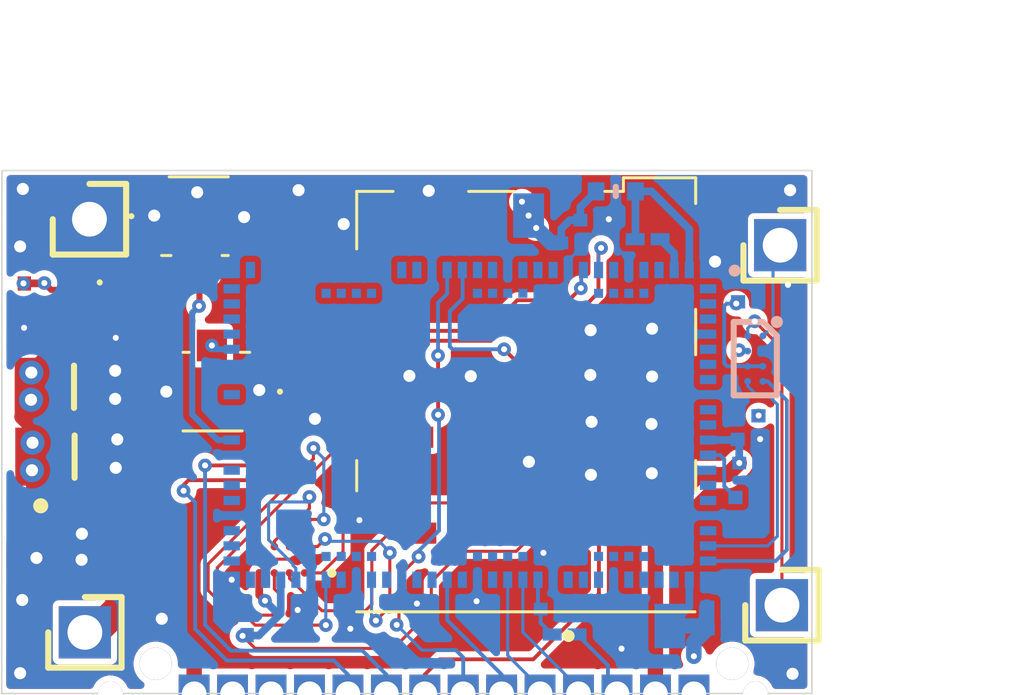
<source format=kicad_pcb>
(kicad_pcb (version 20171130) (host pcbnew "(5.1.6)-1")
  (layers (0 F.Cu signal hide) (1 PWR.Cu power hide) (2 GND.Cu power hide) (31 B.Cu signal hide) (34 B.Paste user) (35 F.Paste user hide) (36 B.SilkS user hide) (37 F.SilkS user hide) (38 B.Mask user hide) (39 F.Mask user hide) (44 Edge.Cuts user))
  (net 0 "")
  (net 1 GND)
  (net 2 VCC)
  (net 3 +1V8)
  (net 4 "Net-(10KOhm1-Pad2)")
  (net 5 +5V)
  (net 6 SIM1.8v)
  (net 7 "Net-(NANOSIM1-PadC7)")
  (net 8 "Net-(NANOSIM1-PadC3)")
  (net 9 "Net-(NANOSIM1-PadC2)")
  (net 10 "Net-(NRF91-Pad10)")
  (net 11 TX2)
  (net 12 RX2)
  (net 13 TX1)
  (net 14 RX1)
  (net 15 "Net-(NRF91-Pad61)")
  (net 16 DATSIM)
  (net 17 CLKSIM)
  (net 18 RSTSIM)
  (net 19 SWO)
  (net 20 SWDIO)
  (net 21 SWDCLK)
  (net 22 NRESET)
  (net 23 RXNRF)
  (net 24 TXNRF)
  (net 25 TXNRF1.8v)
  (net 26 RXNRF1.8v)
  (net 27 "Net-(Edge_Connect1-Pad13)")
  (net 28 "Net-(Edge_Connect1-Pad12)")
  (net 29 "Net-(Edge_Connect1-Pad11)")
  (net 30 "Net-(NANOSIM1-PadDSW1)")
  (net 31 "Net-(NANOSIM1-PadCSW1)")
  (net 32 "Net-(NANOSIM1-PadC6)")
  (net 33 "Net-(NRF91-Pad100)")
  (net 34 "Net-(NRF91-Pad99)")
  (net 35 "Net-(NRF91-Pad97)")
  (net 36 "Net-(NRF91-Pad93)")
  (net 37 "Net-(NRF91-Pad92)")
  (net 38 "Net-(NRF91-Pad91)")
  (net 39 "Net-(NRF91-Pad89)")
  (net 40 "Net-(NRF91-Pad88)")
  (net 41 "Net-(NRF91-Pad84)")
  (net 42 "Net-(NRF91-Pad83)")
  (net 43 "Net-(NRF91-Pad67)")
  (net 44 "Net-(NRF91-Pad64)")
  (net 45 "Net-(NRF91-Pad59)")
  (net 46 "Net-(NRF91-Pad58)")
  (net 47 "Net-(NRF91-Pad57)")
  (net 48 "Net-(NRF91-Pad55)")
  (net 49 "Net-(NRF91-Pad54)")
  (net 50 "Net-(NRF91-Pad53)")
  (net 51 "Net-(NRF91-Pad45)")
  (net 52 "Net-(NRF91-Pad42)")
  (net 53 "Net-(NRF91-Pad40)")
  (net 54 "Net-(NRF91-Pad39)")
  (net 55 "Net-(NRF91-Pad37)")
  (net 56 "Net-(NRF91-Pad35)")
  (net 57 "Net-(NRF91-Pad30)")
  (net 58 "Net-(NRF91-Pad29)")
  (net 59 "Net-(NRF91-Pad28)")
  (net 60 "Net-(NRF91-Pad26)")
  (net 61 "Net-(NRF91-Pad25)")
  (net 62 "Net-(NRF91-Pad24)")
  (net 63 "Net-(NRF91-Pad23)")
  (net 64 "Net-(NRF91-Pad18)")
  (net 65 "Net-(NRF91-Pad16)")
  (net 66 "Net-(NRF91-Pad15)")
  (net 67 "Net-(NRF91-Pad4)")
  (net 68 "Net-(NRF91-Pad3)")
  (net 69 "Net-(NRF91-Pad2)")
  (net 70 "Net-(SIMESDPROTECT1-PadC4)")
  (net 71 "Net-(100nF4-Pad1)")
  (net 72 "Net-(4.7uF4-Pad1)")
  (module SamacSys_Parts:UFLRSMT10 (layer F.Cu) (at 146.225 99.4 180)
    (fp_text reference U.FL2 hide)
    (fp_text value U.FL-R-SMT_10_ hide)
    (pad 3 smd rect (at 0 1.525 180) (size 1 1.05) (layers F.Cu F.Paste F.Mask) (net 43 "Net-(NRF91-Pad67)"))
    (pad 2 smd rect (at 1.475 0 180) (size 1.05 2.2) (layers F.Cu F.Paste F.Mask) (net 1 GND))
    (pad 1 smd rect (at -1.475 0 180) (size 1.05 2.2) (layers F.Cu F.Paste F.Mask) (net 1 GND))
  )
  (module SamacSys_Parts:RESC0603X26N (layer B.Cu) (at 157.882 107.43 180)
    (fp_text reference R5 hide)
    (fp_text value CR0201AFW-1001GLF hide)
    (pad 2 smd rect (at 0.412 0 90) (size 0.4 0.625) (layers B.Cu B.Paste B.Mask) (net 71 "Net-(100nF4-Pad1)"))
    (pad 1 smd rect (at -0.412 0 90) (size 0.4 0.625) (layers B.Cu B.Paste B.Mask) (net 22 NRESET))
  )
  (module SamacSys_Parts:BEADC1005X55N (layer B.Cu) (at 159.57 92.78 180)
    (fp_text reference FL1 hide)
    (fp_text value MMZ1005S121HTD25 hide)
    (pad 2 smd rect (at 0.65 0 180) (size 0.55 0.6) (layers B.Cu B.Paste B.Mask) (net 2 VCC))
    (pad 1 smd rect (at -0.65 0 180) (size 0.55 0.6) (layers B.Cu B.Paste B.Mask) (net 2 VCC))
  )
  (module SamacSys_Parts:CAPC2012X152N (layer B.Cu) (at 160.55 107.15 180)
    (fp_text reference 47uF2 hide)
    (fp_text value 0805ZD476MAT2A hide)
    (pad 2 smd rect (at 0.81 0 180) (size 1.02 1.47) (layers B.Cu B.Paste B.Mask) (net 1 GND))
    (pad 1 smd rect (at -0.81 0 180) (size 1.02 1.47) (layers B.Cu B.Paste B.Mask) (net 2 VCC))
  )
  (module SamacSys_Parts:CAPC2012X152N (layer B.Cu) (at 155.88 93.58 180)
    (fp_text reference 47uF1 hide)
    (fp_text value 0805ZD476MAT2A hide)
    (pad 2 smd rect (at 0.81 0 180) (size 1.02 1.47) (layers B.Cu B.Paste B.Mask) (net 1 GND))
    (pad 1 smd rect (at -0.81 0 180) (size 1.02 1.47) (layers B.Cu B.Paste B.Mask) (net 2 VCC))
  )
  (module SamacSys_Parts:CAPC0603X55N (layer B.Cu) (at 163.858 102.9)
    (fp_text reference 4.7uF4 hide)
    (fp_text value GRM035R60J475ME15D hide)
    (pad 2 smd rect (at 0.332 0 270) (size 0.44 0.465) (layers B.Cu B.Paste B.Mask) (net 1 GND))
    (pad 1 smd rect (at -0.332 0 270) (size 0.44 0.465) (layers B.Cu B.Paste B.Mask) (net 72 "Net-(4.7uF4-Pad1)"))
  )
  (module SamacSys_Parts:CAPC0603X33N (layer B.Cu) (at 162.93 106.52)
    (fp_text reference 15pF2 hide)
    (fp_text value 885392004002 hide)
    (pad 2 smd rect (at 0.33 0 270) (size 0.42 0.46) (layers B.Cu B.Paste B.Mask) (net 1 GND))
    (pad 1 smd rect (at -0.33 0 270) (size 0.42 0.46) (layers B.Cu B.Paste B.Mask) (net 2 VCC))
  )
  (module SamacSys_Parts:CAPC0603X33N (layer B.Cu) (at 158.73 93.73)
    (fp_text reference 15pF1 hide)
    (fp_text value 885392004002 hide)
    (pad 2 smd rect (at 0.33 0 270) (size 0.42 0.46) (layers B.Cu B.Paste B.Mask) (net 1 GND))
    (pad 1 smd rect (at -0.33 0 270) (size 0.42 0.46) (layers B.Cu B.Paste B.Mask) (net 2 VCC))
  )
  (module SamacSys_Parts:CAPC0603X33N (layer B.Cu) (at 157.42 106.59)
    (fp_text reference 100nF4 hide)
    (fp_text value GRM033R60J104KE19J hide)
    (pad 2 smd rect (at 0.33 0 270) (size 0.42 0.46) (layers B.Cu B.Paste B.Mask) (net 1 GND))
    (pad 1 smd rect (at -0.33 0 270) (size 0.42 0.46) (layers B.Cu B.Paste B.Mask) (net 71 "Net-(100nF4-Pad1)"))
  )
  (module SamacSys_Parts:CAPC0603X33N (layer B.Cu) (at 163.98 101.76)
    (fp_text reference 100nF3 hide)
    (fp_text value GRM033R60J104KE19J hide)
    (pad 2 smd rect (at 0.33 0 270) (size 0.42 0.46) (layers B.Cu B.Paste B.Mask) (net 1 GND))
    (pad 1 smd rect (at -0.33 0 270) (size 0.42 0.46) (layers B.Cu B.Paste B.Mask) (net 3 +1V8))
  )
  (module SamacSys_Parts:CAPC0603X33N (layer B.Cu) (at 162.94 107.25)
    (fp_text reference 100nF2 hide)
    (fp_text value GRM033R60J104KE19J hide)
    (pad 2 smd rect (at 0.33 0 270) (size 0.42 0.46) (layers B.Cu B.Paste B.Mask) (net 1 GND))
    (pad 1 smd rect (at -0.33 0 270) (size 0.42 0.46) (layers B.Cu B.Paste B.Mask) (net 2 VCC))
  )
  (module SamacSys_Parts:CAPC0603X33N (layer B.Cu) (at 158.1 94.48)
    (fp_text reference 100nF1 hide)
    (fp_text value GRM033R60J104KE19J hide)
    (pad 2 smd rect (at 0.33 0 270) (size 0.42 0.46) (layers B.Cu B.Paste B.Mask) (net 1 GND))
    (pad 1 smd rect (at -0.33 0 270) (size 0.42 0.46) (layers B.Cu B.Paste B.Mask) (net 2 VCC))
  )
  (module SamacSys_Parts:CAPC0603X33N (layer B.Cu) (at 163.95 100.2 180)
    (fp_text reference 0,1uF1 hide)
    (fp_text value 02016D104KAT2A hide)
    (pad 2 smd rect (at 0.335 0 90) (size 0.44 0.47) (layers B.Cu B.Paste B.Mask) (net 1 GND))
    (pad 1 smd rect (at -0.335 0 90) (size 0.44 0.47) (layers B.Cu B.Paste B.Mask) (net 2 VCC))
  )
  (module SamacSys_Parts:CAPC0603X33N (layer B.Cu) (at 163.945 96.43)
    (fp_text reference 0,1uF2 hide)
    (fp_text value 02016D104KAT2A hide)
    (pad 2 smd rect (at 0.335 0 270) (size 0.44 0.47) (layers B.Cu B.Paste B.Mask) (net 1 GND))
    (pad 1 smd rect (at -0.335 0 270) (size 0.44 0.47) (layers B.Cu B.Paste B.Mask) (net 3 +1V8))
  )
  (module SamacSys_Parts:RESC0603X26N (layer B.Cu) (at 160.622 94.36)
    (fp_text reference 10KOhm1 hide)
    (fp_text value ERA-1AEB103C hide)
    (pad 2 smd rect (at 0.412 0 270) (size 0.4 0.625) (layers B.Cu B.Paste B.Mask) (net 4 "Net-(10KOhm1-Pad2)"))
    (pad 1 smd rect (at -0.412 0 270) (size 0.4 0.625) (layers B.Cu B.Paste B.Mask) (net 2 VCC))
  )
  (module SamacSys_Parts:CAPC0603X33N (layer F.Cu) (at 140.03 96.16 90)
    (fp_text reference 1uF1 hide)
    (fp_text value GRM033C80J105ME05D hide)
    (pad 2 smd rect (at 0.335 0 180) (size 0.44 0.47) (layers F.Cu F.Paste F.Mask) (net 3 +1V8))
    (pad 1 smd rect (at -0.335 0 180) (size 0.44 0.47) (layers F.Cu F.Paste F.Mask) (net 1 GND))
  )
  (module SamacSys_Parts:CAPC0603X33N (layer F.Cu) (at 143.74 96.19 90)
    (fp_text reference 1uF2 hide)
    (fp_text value GRM033C80J105ME05D hide)
    (pad 2 smd rect (at 0.335 0 180) (size 0.44 0.47) (layers F.Cu F.Paste F.Mask) (net 2 VCC))
    (pad 1 smd rect (at -0.335 0 180) (size 0.44 0.47) (layers F.Cu F.Paste F.Mask) (net 1 GND))
  )
  (module SamacSys_Parts:CAPC0603X33N (layer F.Cu) (at 139.92 104.16 270)
    (fp_text reference 1uF3 hide)
    (fp_text value GRM033C80J105ME05D hide)
    (pad 2 smd rect (at 0.335 0) (size 0.44 0.47) (layers F.Cu F.Paste F.Mask) (net 1 GND))
    (pad 1 smd rect (at -0.335 0) (size 0.44 0.47) (layers F.Cu F.Paste F.Mask) (net 2 VCC))
  )
  (module SamacSys_Parts:CAPC0603X33N (layer F.Cu) (at 143.92 104.185 270)
    (fp_text reference 1uF4 hide)
    (fp_text value GRM033C80J105ME05D hide)
    (pad 2 smd rect (at 0.335 0) (size 0.44 0.47) (layers F.Cu F.Paste F.Mask) (net 1 GND))
    (pad 1 smd rect (at -0.335 0) (size 0.44 0.47) (layers F.Cu F.Paste F.Mask) (net 5 +5V))
  )
  (module SamacSys_Parts:CAPC0603X33N (layer B.Cu) (at 147.39 107.115 270)
    (fp_text reference 1uF5 hide)
    (fp_text value GRM033C80J105ME05D hide)
    (pad 2 smd rect (at 0.335 0 180) (size 0.44 0.47) (layers B.Cu B.Paste B.Mask) (net 6 SIM1.8v))
    (pad 1 smd rect (at -0.335 0 180) (size 0.44 0.47) (layers B.Cu B.Paste B.Mask) (net 1 GND))
  )
  (module SamacSys_Parts:CAPC3216X190N (layer F.Cu) (at 141.69 101.55 180)
    (fp_text reference 220uF1 hide)
    (fp_text value GRM31CR60J227ME11L hide)
    (pad 2 smd rect (at 1.35 0 180) (size 1.22 1.92) (layers F.Cu F.Paste F.Mask) (net 2 VCC))
    (pad 1 smd rect (at -1.35 0 180) (size 1.22 1.92) (layers F.Cu F.Paste F.Mask) (net 1 GND))
  )
  (module SamacSys_Parts:CAPC3216X190N (layer F.Cu) (at 141.67 99.24 180)
    (fp_text reference 220uF2 hide)
    (fp_text value GRM31CR60J227ME11L hide)
    (pad 2 smd rect (at 1.35 0 180) (size 1.22 1.92) (layers F.Cu F.Paste F.Mask) (net 2 VCC))
    (pad 1 smd rect (at -1.35 0 180) (size 1.22 1.92) (layers F.Cu F.Paste F.Mask) (net 1 GND))
  )
  (module SamacSys_Parts:CAPC0603X55N (layer B.Cu) (at 163.93 100.98)
    (fp_text reference 4.7uF3 hide)
    (fp_text value GRM035R60J475ME15D hide)
    (pad 2 smd rect (at 0.332 0 270) (size 0.44 0.465) (layers B.Cu B.Paste B.Mask) (net 1 GND))
    (pad 1 smd rect (at -0.332 0 270) (size 0.44 0.465) (layers B.Cu B.Paste B.Mask) (net 3 +1V8))
  )
  (module SamacSys_Parts:SON65P200X200X80-7N (layer F.Cu) (at 141.92 104.5)
    (fp_text reference 5.0V1 hide)
    (fp_text value LP5912-5.0DRVR hide)
    (pad 7 smd rect (at 0 0) (size 1.1 1.7) (layers F.Cu F.Paste F.Mask) (net 1 GND))
    (pad 6 smd rect (at 1.05 -0.65 90) (size 0.35 0.6) (layers F.Cu F.Paste F.Mask) (net 5 +5V))
    (pad 5 smd rect (at 1.05 0 90) (size 0.35 0.6) (layers F.Cu F.Paste F.Mask) (net 1 GND))
    (pad 4 smd rect (at 1.05 0.65 90) (size 0.35 0.6) (layers F.Cu F.Paste F.Mask) (net 5 +5V))
    (pad 3 smd rect (at -1.05 0.65 90) (size 0.35 0.6) (layers F.Cu F.Paste F.Mask) (net 1 GND))
    (pad 2 smd rect (at -1.05 0 90) (size 0.35 0.6) (layers F.Cu F.Paste F.Mask) (net 1 GND))
    (pad 1 smd rect (at -1.05 -0.65 90) (size 0.35 0.6) (layers F.Cu F.Paste F.Mask) (net 2 VCC))
  )
  (module SamacSys_Parts:HDRV1W66P0X254_1X1_213X234X813P (layer F.Cu) (at 142.03 107.36)
    (fp_text reference 5V+1 hide)
    (fp_text value 4-103327-3 hide)
    (pad 1 thru_hole rect (at 0 0) (size 1.725 1.725) (drill 1.15) (layers *.Cu *.Mask) (net 5 +5V))
  )
  (module SamacSys_Parts:HDRV1W66P0X254_1X1_213X234X813P (layer F.Cu) (at 142.18 93.7)
    (fp_text reference GND1 hide)
    (fp_text value 4-103327-3 hide)
    (pad 1 thru_hole rect (at 0 0) (size 1.725 1.725) (drill 1.15) (layers *.Cu *.Mask) (net 1 GND))
  )
  (module SamacSys_Parts:TCR5RG18ALF (layer F.Cu) (at 141.72 95.64 180)
    (fp_text reference IC1 hide)
    (fp_text value TCR5RG18A,LF hide)
    (pad B2 smd circle (at 0.175 0.175 270) (size 0.18 0.18) (layers F.Cu F.Paste F.Mask) (net 1 GND))
    (pad B1 smd circle (at -0.175 0.175 270) (size 0.18 0.18) (layers F.Cu F.Paste F.Mask) (net 2 VCC))
    (pad A2 smd circle (at 0.175 -0.175 270) (size 0.18 0.18) (layers F.Cu F.Paste F.Mask) (net 3 +1V8))
    (pad A1 smd circle (at -0.175 -0.175 270) (size 0.18 0.18) (layers F.Cu F.Paste F.Mask) (net 2 VCC))
  )
  (module SamacSys_Parts:SF72S006VBAR2500 (layer F.Cu) (at 156.61 99.955)
    (fp_text reference NANOSIM1 hide)
    (fp_text value SF72S006VBDR2500 hide)
    (pad GND10 smd rect (at -2.2 5.975) (size 0.6 0.6) (layers F.Cu F.Paste F.Mask) (net 1 GND))
    (pad GND9 smd rect (at 0.24 5.975) (size 0.6 0.6) (layers F.Cu F.Paste F.Mask) (net 1 GND))
    (pad GND8 smd rect (at 5.575 4.825) (size 0.45 2.9) (layers F.Cu F.Paste F.Mask) (net 1 GND))
    (pad GND7 smd rect (at 5.575 -0.025) (size 0.45 1.9) (layers F.Cu F.Paste F.Mask) (net 1 GND))
    (pad GND6 smd rect (at 5.575 -5.175) (size 0.45 2.4) (layers F.Cu F.Paste F.Mask) (net 1 GND))
    (pad GND5 smd rect (at 1.22 -7.125 90) (size 0.5 1.4) (layers F.Cu F.Paste F.Mask) (net 1 GND))
    (pad GND4 smd rect (at -3.18 -7.125 90) (size 0.5 1.4) (layers F.Cu F.Paste F.Mask) (net 1 GND))
    (pad GND3 smd rect (at -5.075 -4.175) (size 0.75 0.7) (layers F.Cu F.Paste F.Mask) (net 1 GND))
    (pad GND2 smd rect (at -5.575 -0.025) (size 0.45 1.9) (layers F.Cu F.Paste F.Mask) (net 1 GND))
    (pad GND1 smd rect (at -5.575 4.825) (size 0.45 2.9) (layers F.Cu F.Paste F.Mask) (net 1 GND))
    (pad DSW1 smd rect (at -1.53 -6.05 90) (size 0.65 1.2) (layers F.Cu F.Paste F.Mask) (net 30 "Net-(NANOSIM1-PadDSW1)"))
    (pad CSW1 smd rect (at -5.25 -2.375) (size 0.7 0.7) (layers F.Cu F.Paste F.Mask) (net 31 "Net-(NANOSIM1-PadCSW1)"))
    (pad C7 smd rect (at -3.52 0.955 90) (size 0.7 0.9) (layers F.Cu F.Paste F.Mask) (net 7 "Net-(NANOSIM1-PadC7)"))
    (pad C6 smd rect (at -0.98 0.955 90) (size 0.7 0.9) (layers F.Cu F.Paste F.Mask) (net 32 "Net-(NANOSIM1-PadC6)"))
    (pad C5 smd rect (at 1.56 0.955 90) (size 0.7 0.9) (layers F.Cu F.Paste F.Mask) (net 1 GND))
    (pad C3 smd rect (at -3.42 4.125 90) (size 0.7 0.9) (layers F.Cu F.Paste F.Mask) (net 8 "Net-(NANOSIM1-PadC3)"))
    (pad C2 smd rect (at -0.98 4.125 90) (size 0.7 0.9) (layers F.Cu F.Paste F.Mask) (net 9 "Net-(NANOSIM1-PadC2)"))
    (pad C1 smd rect (at 1.46 4.125 90) (size 0.7 0.9) (layers F.Cu F.Paste F.Mask) (net 6 SIM1.8v))
  )
  (module NRF9160-SICA-R:XCVR_NRF9160-SICA-R (layer B.Cu) (at 154.75 100.5 180)
    (fp_text reference NRF91 hide)
    (fp_text value NRF9160-SICA-B1A-R)
    (pad 103_35 smd rect (at 6 -3.2 180) (size 0.8 0.8) (layers B.Cu B.Paste B.Mask) (net 1 GND))
    (pad 103_34 smd rect (at 4 -3.2 180) (size 0.8 0.8) (layers B.Cu B.Paste B.Mask) (net 1 GND))
    (pad 103_33 smd rect (at 2 -3.2 180) (size 0.8 0.8) (layers B.Cu B.Paste B.Mask) (net 1 GND))
    (pad 103_32 smd rect (at 0 -3.2 180) (size 0.8 0.8) (layers B.Cu B.Paste B.Mask) (net 1 GND))
    (pad 103_31 smd rect (at -2 -3.2 180) (size 0.8 0.8) (layers B.Cu B.Paste B.Mask) (net 1 GND))
    (pad 103_30 smd rect (at -4 -3.2 180) (size 0.8 0.8) (layers B.Cu B.Paste B.Mask) (net 1 GND))
    (pad 103_28 smd rect (at 6 -1.6 180) (size 0.8 0.8) (layers B.Cu B.Paste B.Mask) (net 1 GND))
    (pad 103_27 smd rect (at 4 -1.6 180) (size 0.8 0.8) (layers B.Cu B.Paste B.Mask) (net 1 GND))
    (pad 103_26 smd rect (at 2 -1.6 180) (size 0.8 0.8) (layers B.Cu B.Paste B.Mask) (net 1 GND))
    (pad 103_25 smd rect (at 0 -1.6 180) (size 0.8 0.8) (layers B.Cu B.Paste B.Mask) (net 1 GND))
    (pad 103_24 smd rect (at -2 -1.6 180) (size 0.8 0.8) (layers B.Cu B.Paste B.Mask) (net 1 GND))
    (pad 103_23 smd rect (at -4 -1.6 180) (size 0.8 0.8) (layers B.Cu B.Paste B.Mask) (net 1 GND))
    (pad 103_21 smd rect (at 6 0 180) (size 0.8 0.8) (layers B.Cu B.Paste B.Mask) (net 1 GND))
    (pad 103_20 smd rect (at 4 0 180) (size 0.8 0.8) (layers B.Cu B.Paste B.Mask) (net 1 GND))
    (pad 103_19 smd rect (at 2 0 180) (size 0.8 0.8) (layers B.Cu B.Paste B.Mask) (net 1 GND))
    (pad 103_18 smd rect (at 0 0 180) (size 0.8 0.8) (layers B.Cu B.Paste B.Mask) (net 1 GND))
    (pad 103_17 smd rect (at -2 0 180) (size 0.8 0.8) (layers B.Cu B.Paste B.Mask) (net 1 GND))
    (pad 103_16 smd rect (at -4 0 180) (size 0.8 0.8) (layers B.Cu B.Paste B.Mask) (net 1 GND))
    (pad 103_14 smd rect (at 6 1.6 180) (size 0.8 0.8) (layers B.Cu B.Paste B.Mask) (net 1 GND))
    (pad 103_13 smd rect (at 4 1.6 180) (size 0.8 0.8) (layers B.Cu B.Paste B.Mask) (net 1 GND))
    (pad 103_12 smd rect (at 2 1.6 180) (size 0.8 0.8) (layers B.Cu B.Paste B.Mask) (net 1 GND))
    (pad 103_11 smd rect (at 0 1.6 180) (size 0.8 0.8) (layers B.Cu B.Paste B.Mask) (net 1 GND))
    (pad 103_10 smd rect (at -2 1.6 180) (size 0.8 0.8) (layers B.Cu B.Paste B.Mask) (net 1 GND))
    (pad 103_9 smd rect (at -4 1.6 180) (size 0.8 0.8) (layers B.Cu B.Paste B.Mask) (net 1 GND))
    (pad 115 smd rect (at 4.75 -4.35 180) (size 0.3 0.3) (layers B.Cu B.Paste B.Mask) (net 10 "Net-(NRF91-Pad10)"))
    (pad 114 smd rect (at 4.25 -4.35 180) (size 0.3 0.3) (layers B.Cu B.Paste B.Mask) (net 10 "Net-(NRF91-Pad10)"))
    (pad 113 smd rect (at 3.75 -4.35 180) (size 0.3 0.3) (layers B.Cu B.Paste B.Mask) (net 10 "Net-(NRF91-Pad10)"))
    (pad 112 smd rect (at 3.25 -4.35 180) (size 0.3 0.3) (layers B.Cu B.Paste B.Mask) (net 10 "Net-(NRF91-Pad10)"))
    (pad 111 smd rect (at -0.25 -4.35 180) (size 0.3 0.3) (layers B.Cu B.Paste B.Mask) (net 10 "Net-(NRF91-Pad10)"))
    (pad 110 smd rect (at -0.75 -4.35 180) (size 0.3 0.3) (layers B.Cu B.Paste B.Mask) (net 10 "Net-(NRF91-Pad10)"))
    (pad 109 smd rect (at -1.25 -4.35 180) (size 0.3 0.3) (layers B.Cu B.Paste B.Mask) (net 10 "Net-(NRF91-Pad10)"))
    (pad 108 smd rect (at -1.75 -4.35 180) (size 0.3 0.3) (layers B.Cu B.Paste B.Mask) (net 10 "Net-(NRF91-Pad10)"))
    (pad 104 smd rect (at -5.75 -4.35 180) (size 0.3 0.3) (layers B.Cu B.Paste B.Mask) (net 10 "Net-(NRF91-Pad10)"))
    (pad 105 smd rect (at -5.25 -4.35 180) (size 0.3 0.3) (layers B.Cu B.Paste B.Mask) (net 10 "Net-(NRF91-Pad10)"))
    (pad 106 smd rect (at -4.75 -4.35 180) (size 0.3 0.3) (layers B.Cu B.Paste B.Mask) (net 10 "Net-(NRF91-Pad10)"))
    (pad 107 smd rect (at -4.25 -4.35 180) (size 0.3 0.3) (layers B.Cu B.Paste B.Mask) (net 10 "Net-(NRF91-Pad10)"))
    (pad 116 smd rect (at 4.75 4.35 180) (size 0.3 0.3) (layers B.Cu B.Paste B.Mask) (net 10 "Net-(NRF91-Pad10)"))
    (pad 117 smd rect (at 4.25 4.35 180) (size 0.3 0.3) (layers B.Cu B.Paste B.Mask) (net 10 "Net-(NRF91-Pad10)"))
    (pad 118 smd rect (at 3.75 4.35 180) (size 0.3 0.3) (layers B.Cu B.Paste B.Mask) (net 10 "Net-(NRF91-Pad10)"))
    (pad 119 smd rect (at 3.25 4.35 180) (size 0.3 0.3) (layers B.Cu B.Paste B.Mask) (net 10 "Net-(NRF91-Pad10)"))
    (pad 120 smd rect (at -0.25 4.35 180) (size 0.3 0.3) (layers B.Cu B.Paste B.Mask) (net 10 "Net-(NRF91-Pad10)"))
    (pad 121 smd rect (at -0.75 4.35 180) (size 0.3 0.3) (layers B.Cu B.Paste B.Mask) (net 10 "Net-(NRF91-Pad10)"))
    (pad 122 smd rect (at -1.25 4.35 180) (size 0.3 0.3) (layers B.Cu B.Paste B.Mask) (net 10 "Net-(NRF91-Pad10)"))
    (pad 123 smd rect (at -1.75 4.35 180) (size 0.3 0.3) (layers B.Cu B.Paste B.Mask) (net 10 "Net-(NRF91-Pad10)"))
    (pad 127 smd rect (at -5.75 4.35 180) (size 0.3 0.3) (layers B.Cu B.Paste B.Mask) (net 10 "Net-(NRF91-Pad10)"))
    (pad 126 smd rect (at -5.25 4.35 180) (size 0.3 0.3) (layers B.Cu B.Paste B.Mask) (net 10 "Net-(NRF91-Pad10)"))
    (pad 125 smd rect (at -4.75 4.35 180) (size 0.3 0.3) (layers B.Cu B.Paste B.Mask) (net 10 "Net-(NRF91-Pad10)"))
    (pad 124 smd rect (at -4.25 4.35 180) (size 0.3 0.3) (layers B.Cu B.Paste B.Mask) (net 10 "Net-(NRF91-Pad10)"))
    (pad 103_7 smd rect (at 6 3.2 180) (size 0.8 0.8) (layers B.Cu B.Paste B.Mask) (net 1 GND))
    (pad 103_6 smd rect (at 4 3.2 180) (size 0.8 0.8) (layers B.Cu B.Paste B.Mask) (net 1 GND))
    (pad 103_5 smd rect (at 2 3.2 180) (size 0.8 0.8) (layers B.Cu B.Paste B.Mask) (net 1 GND))
    (pad 103_29 smd rect (at -6 -3.2 180) (size 0.8 0.8) (layers B.Cu B.Paste B.Mask) (net 1 GND))
    (pad 103_22 smd rect (at -6 -1.6 180) (size 0.8 0.8) (layers B.Cu B.Paste B.Mask) (net 1 GND))
    (pad 103_1 smd rect (at -6 3.2 180) (size 0.8 0.8) (layers B.Cu B.Paste B.Mask) (net 1 GND))
    (pad 103_8 smd rect (at -6 1.6 180) (size 0.8 0.8) (layers B.Cu B.Paste B.Mask) (net 1 GND))
    (pad 103_15 smd rect (at -6 0 180) (size 0.8 0.8) (layers B.Cu B.Paste B.Mask) (net 1 GND))
    (pad 103_2 smd rect (at -4 3.2 180) (size 0.8 0.8) (layers B.Cu B.Paste B.Mask) (net 1 GND))
    (pad 103_3 smd rect (at -2 3.2 180) (size 0.8 0.8) (layers B.Cu B.Paste B.Mask) (net 1 GND))
    (pad 103_4 smd rect (at 0 3.2 180) (size 0.8 0.8) (layers B.Cu B.Paste B.Mask) (net 1 GND))
    (pad 102 smd rect (at -7.25 5.12 180) (size 0.3 0.54) (layers B.Cu B.Paste B.Mask) (net 2 VCC))
    (pad 101 smd rect (at -6.75 5.12 180) (size 0.3 0.54) (layers B.Cu B.Paste B.Mask) (net 4 "Net-(10KOhm1-Pad2)"))
    (pad 100 smd rect (at -6.25 5.12 180) (size 0.3 0.54) (layers B.Cu B.Paste B.Mask) (net 33 "Net-(NRF91-Pad100)"))
    (pad 99 smd rect (at -5.75 5.12 180) (size 0.3 0.54) (layers B.Cu B.Paste B.Mask) (net 34 "Net-(NRF91-Pad99)"))
    (pad 98 smd rect (at -5.25 5.12 180) (size 0.3 0.54) (layers B.Cu B.Paste B.Mask) (net 1 GND))
    (pad 97 smd rect (at -4.75 5.12 180) (size 0.3 0.54) (layers B.Cu B.Paste B.Mask) (net 35 "Net-(NRF91-Pad97)"))
    (pad 96 smd rect (at -4.25 5.12 180) (size 0.3 0.54) (layers B.Cu B.Paste B.Mask) (net 11 TX2))
    (pad 95 smd rect (at -3.75 5.12 180) (size 0.3 0.54) (layers B.Cu B.Paste B.Mask) (net 12 RX2))
    (pad 94 smd rect (at -3.25 5.12 180) (size 0.3 0.54) (layers B.Cu B.Paste B.Mask) (net 1 GND))
    (pad 93 smd rect (at -2.75 5.12 180) (size 0.3 0.54) (layers B.Cu B.Paste B.Mask) (net 36 "Net-(NRF91-Pad93)"))
    (pad 92 smd rect (at -2.25 5.12 180) (size 0.3 0.54) (layers B.Cu B.Paste B.Mask) (net 37 "Net-(NRF91-Pad92)"))
    (pad 91 smd rect (at -1.75 5.12 180) (size 0.3 0.54) (layers B.Cu B.Paste B.Mask) (net 38 "Net-(NRF91-Pad91)"))
    (pad 90 smd rect (at -1.25 5.12 180) (size 0.3 0.54) (layers B.Cu B.Paste B.Mask) (net 1 GND))
    (pad 89 smd rect (at -0.75 5.12 180) (size 0.3 0.54) (layers B.Cu B.Paste B.Mask) (net 39 "Net-(NRF91-Pad89)"))
    (pad 88 smd rect (at -0.25 5.12 180) (size 0.3 0.54) (layers B.Cu B.Paste B.Mask) (net 40 "Net-(NRF91-Pad88)"))
    (pad 87 smd rect (at 0.25 5.12 180) (size 0.3 0.54) (layers B.Cu B.Paste B.Mask) (net 13 TX1))
    (pad 86 smd rect (at 0.75 5.12 180) (size 0.3 0.54) (layers B.Cu B.Paste B.Mask) (net 14 RX1))
    (pad 85 smd rect (at 1.25 5.12 180) (size 0.3 0.54) (layers B.Cu B.Paste B.Mask) (net 1 GND))
    (pad 84 smd rect (at 1.75 5.12 180) (size 0.3 0.54) (layers B.Cu B.Paste B.Mask) (net 41 "Net-(NRF91-Pad84)"))
    (pad 83 smd rect (at 2.25 5.12 180) (size 0.3 0.54) (layers B.Cu B.Paste B.Mask) (net 42 "Net-(NRF91-Pad83)"))
    (pad 82 smd rect (at 2.75 5.12 180) (size 0.3 0.54) (layers B.Cu B.Paste B.Mask) (net 1 GND))
    (pad 81 smd rect (at 3.25 5.12 180) (size 0.3 0.54) (layers B.Cu B.Paste B.Mask) (net 1 GND))
    (pad 80 smd rect (at 3.75 5.12 180) (size 0.3 0.54) (layers B.Cu B.Paste B.Mask) (net 1 GND))
    (pad 79 smd rect (at 4.25 5.12 180) (size 0.3 0.54) (layers B.Cu B.Paste B.Mask) (net 1 GND))
    (pad 78 smd rect (at 4.75 5.12 180) (size 0.3 0.54) (layers B.Cu B.Paste B.Mask) (net 1 GND))
    (pad 77 smd rect (at 5.25 5.12 180) (size 0.3 0.54) (layers B.Cu B.Paste B.Mask) (net 1 GND))
    (pad 76 smd rect (at 5.75 5.12 180) (size 0.3 0.54) (layers B.Cu B.Paste B.Mask) (net 1 GND))
    (pad 75 smd rect (at 6.25 5.12 180) (size 0.3 0.54) (layers B.Cu B.Paste B.Mask) (net 1 GND))
    (pad 74 smd rect (at 6.75 5.12 180) (size 0.3 0.54) (layers B.Cu B.Paste B.Mask) (net 1 GND))
    (pad 73 smd rect (at 7.25 5.12 180) (size 0.3 0.54) (layers B.Cu B.Paste B.Mask) (net 10 "Net-(NRF91-Pad10)"))
    (pad 72 smd rect (at 7.87 5.12 180) (size 0.54 0.54) (layers B.Cu B.Paste B.Mask) (net 1 GND))
    (pad 71 smd rect (at 7.87 4.5 180) (size 0.54 0.3) (layers B.Cu B.Paste B.Mask) (net 10 "Net-(NRF91-Pad10)"))
    (pad 70 smd rect (at 7.87 4 180) (size 0.54 0.3) (layers B.Cu B.Paste B.Mask) (net 10 "Net-(NRF91-Pad10)"))
    (pad 69 smd rect (at 7.87 3.5 180) (size 0.54 0.3) (layers B.Cu B.Paste B.Mask) (net 10 "Net-(NRF91-Pad10)"))
    (pad 68 smd rect (at 7.87 3 180) (size 0.54 0.3) (layers B.Cu B.Paste B.Mask) (net 10 "Net-(NRF91-Pad10)"))
    (pad 67 smd rect (at 7.87 2.5 180) (size 0.54 0.3) (layers B.Cu B.Paste B.Mask) (net 43 "Net-(NRF91-Pad67)"))
    (pad 66 smd rect (at 7.87 2 180) (size 0.54 0.3) (layers B.Cu B.Paste B.Mask) (net 1 GND))
    (pad 65 smd rect (at 7.87 1.5 180) (size 0.54 0.3) (layers B.Cu B.Paste B.Mask) (net 1 GND))
    (pad 64 smd rect (at 7.87 1 180) (size 0.54 0.3) (layers B.Cu B.Paste B.Mask) (net 44 "Net-(NRF91-Pad64)"))
    (pad 63 smd rect (at 7.87 0.5 180) (size 0.54 0.3) (layers B.Cu B.Paste B.Mask) (net 1 GND))
    (pad 62 smd rect (at 7.87 0 180) (size 0.54 0.3) (layers B.Cu B.Paste B.Mask) (net 1 GND))
    (pad 61 smd rect (at 7.87 -0.5 180) (size 0.54 0.3) (layers B.Cu B.Paste B.Mask) (net 15 "Net-(NRF91-Pad61)"))
    (pad 60 smd rect (at 7.87 -1 180) (size 0.54 0.3) (layers B.Cu B.Paste B.Mask) (net 1 GND))
    (pad 59 smd rect (at 7.87 -1.5 180) (size 0.54 0.3) (layers B.Cu B.Paste B.Mask) (net 45 "Net-(NRF91-Pad59)"))
    (pad 58 smd rect (at 7.87 -2 180) (size 0.54 0.3) (layers B.Cu B.Paste B.Mask) (net 46 "Net-(NRF91-Pad58)"))
    (pad 57 smd rect (at 7.87 -2.5 180) (size 0.54 0.3) (layers B.Cu B.Paste B.Mask) (net 47 "Net-(NRF91-Pad57)"))
    (pad 56 smd rect (at 7.87 -3 180) (size 0.54 0.3) (layers B.Cu B.Paste B.Mask) (net 1 GND))
    (pad 55 smd rect (at 7.87 -3.5 180) (size 0.54 0.3) (layers B.Cu B.Paste B.Mask) (net 48 "Net-(NRF91-Pad55)"))
    (pad 54 smd rect (at 7.87 -4 180) (size 0.54 0.3) (layers B.Cu B.Paste B.Mask) (net 49 "Net-(NRF91-Pad54)"))
    (pad 53 smd rect (at 7.87 -4.5 180) (size 0.54 0.3) (layers B.Cu B.Paste B.Mask) (net 50 "Net-(NRF91-Pad53)"))
    (pad 52 smd rect (at 7.87 -5.12 180) (size 0.54 0.54) (layers B.Cu B.Paste B.Mask) (net 1 GND))
    (pad 51 smd rect (at 7.25 -5.12 180) (size 0.3 0.54) (layers B.Cu B.Paste B.Mask) (net 10 "Net-(NRF91-Pad10)"))
    (pad 50 smd rect (at 6.75 -5.12 180) (size 0.3 0.54) (layers B.Cu B.Paste B.Mask) (net 1 GND))
    (pad 49 smd rect (at 6.25 -5.12 180) (size 0.3 0.54) (layers B.Cu B.Paste B.Mask) (net 6 SIM1.8v))
    (pad 48 smd rect (at 5.75 -5.12 180) (size 0.3 0.54) (layers B.Cu B.Paste B.Mask) (net 16 DATSIM))
    (pad 47 smd rect (at 5.25 -5.12 180) (size 0.3 0.54) (layers B.Cu B.Paste B.Mask) (net 1 GND))
    (pad 46 smd rect (at 4.75 -5.12 180) (size 0.3 0.54) (layers B.Cu B.Paste B.Mask) (net 17 CLKSIM))
    (pad 45 smd rect (at 4.25 -5.12 180) (size 0.3 0.54) (layers B.Cu B.Paste B.Mask) (net 51 "Net-(NRF91-Pad45)"))
    (pad 44 smd rect (at 3.75 -5.12 180) (size 0.3 0.54) (layers B.Cu B.Paste B.Mask) (net 1 GND))
    (pad 43 smd rect (at 3.25 -5.12 180) (size 0.3 0.54) (layers B.Cu B.Paste B.Mask) (net 18 RSTSIM))
    (pad 42 smd rect (at 2.75 -5.12 180) (size 0.3 0.54) (layers B.Cu B.Paste B.Mask) (net 52 "Net-(NRF91-Pad42)"))
    (pad 41 smd rect (at 2.25 -5.12 180) (size 0.3 0.54) (layers B.Cu B.Paste B.Mask) (net 1 GND))
    (pad 40 smd rect (at 1.75 -5.12 180) (size 0.3 0.54) (layers B.Cu B.Paste B.Mask) (net 53 "Net-(NRF91-Pad40)"))
    (pad 39 smd rect (at 1.25 -5.12 180) (size 0.3 0.54) (layers B.Cu B.Paste B.Mask) (net 54 "Net-(NRF91-Pad39)"))
    (pad 38 smd rect (at 0.75 -5.12 180) (size 0.3 0.54) (layers B.Cu B.Paste B.Mask) (net 19 SWO))
    (pad 37 smd rect (at 0.25 -5.12 180) (size 0.3 0.54) (layers B.Cu B.Paste B.Mask) (net 55 "Net-(NRF91-Pad37)"))
    (pad 36 smd rect (at -0.25 -5.12 180) (size 0.3 0.54) (layers B.Cu B.Paste B.Mask) (net 1 GND))
    (pad 35 smd rect (at -0.75 -5.12 180) (size 0.3 0.54) (layers B.Cu B.Paste B.Mask) (net 56 "Net-(NRF91-Pad35)"))
    (pad 34 smd rect (at -1.25 -5.12 180) (size 0.3 0.54) (layers B.Cu B.Paste B.Mask) (net 20 SWDIO))
    (pad 33 smd rect (at -1.75 -5.12 180) (size 0.3 0.54) (layers B.Cu B.Paste B.Mask) (net 21 SWDCLK))
    (pad 32 smd rect (at -2.25 -5.12 180) (size 0.3 0.54) (layers B.Cu B.Paste B.Mask) (net 71 "Net-(100nF4-Pad1)"))
    (pad 31 smd rect (at -2.75 -5.12 180) (size 0.3 0.54) (layers B.Cu B.Paste B.Mask) (net 1 GND))
    (pad 30 smd rect (at -3.25 -5.12 180) (size 0.3 0.54) (layers B.Cu B.Paste B.Mask) (net 57 "Net-(NRF91-Pad30)"))
    (pad 29 smd rect (at -3.75 -5.12 180) (size 0.3 0.54) (layers B.Cu B.Paste B.Mask) (net 58 "Net-(NRF91-Pad29)"))
    (pad 28 smd rect (at -4.25 -5.12 180) (size 0.3 0.54) (layers B.Cu B.Paste B.Mask) (net 59 "Net-(NRF91-Pad28)"))
    (pad 27 smd rect (at -4.75 -5.12 180) (size 0.3 0.54) (layers B.Cu B.Paste B.Mask) (net 1 GND))
    (pad 26 smd rect (at -5.25 -5.12 180) (size 0.3 0.54) (layers B.Cu B.Paste B.Mask) (net 60 "Net-(NRF91-Pad26)"))
    (pad 25 smd rect (at -5.75 -5.12 180) (size 0.3 0.54) (layers B.Cu B.Paste B.Mask) (net 61 "Net-(NRF91-Pad25)"))
    (pad 24 smd rect (at -6.25 -5.12 180) (size 0.3 0.54) (layers B.Cu B.Paste B.Mask) (net 62 "Net-(NRF91-Pad24)"))
    (pad 23 smd rect (at -6.75 -5.12 180) (size 0.3 0.54) (layers B.Cu B.Paste B.Mask) (net 63 "Net-(NRF91-Pad23)"))
    (pad 22 smd rect (at -7.25 -5.12 180) (size 0.3 0.54) (layers B.Cu B.Paste B.Mask) (net 2 VCC))
    (pad 21 smd rect (at -7.87 -5.12 180) (size 0.54 0.54) (layers B.Cu B.Paste B.Mask) (net 1 GND))
    (pad 20 smd rect (at -7.87 -4.5 180) (size 0.54 0.3) (layers B.Cu B.Paste B.Mask) (net 25 TXNRF1.8v))
    (pad 19 smd rect (at -7.87 -4 180) (size 0.54 0.3) (layers B.Cu B.Paste B.Mask) (net 26 RXNRF1.8v))
    (pad 18 smd rect (at -7.87 -3.5 180) (size 0.54 0.3) (layers B.Cu B.Paste B.Mask) (net 64 "Net-(NRF91-Pad18)"))
    (pad 17 smd rect (at -7.87 -3 180) (size 0.54 0.3) (layers B.Cu B.Paste B.Mask) (net 1 GND))
    (pad 16 smd rect (at -7.87 -2.5 180) (size 0.54 0.3) (layers B.Cu B.Paste B.Mask) (net 65 "Net-(NRF91-Pad16)"))
    (pad 15 smd rect (at -7.87 -2 180) (size 0.54 0.3) (layers B.Cu B.Paste B.Mask) (net 66 "Net-(NRF91-Pad15)"))
    (pad 14 smd rect (at -7.87 -1.5 180) (size 0.54 0.3) (layers B.Cu B.Paste B.Mask) (net 1 GND))
    (pad 13 smd rect (at -7.87 -1 180) (size 0.54 0.3) (layers B.Cu B.Paste B.Mask) (net 72 "Net-(4.7uF4-Pad1)"))
    (pad 12 smd rect (at -7.87 -0.5 180) (size 0.54 0.3) (layers B.Cu B.Paste B.Mask) (net 3 +1V8))
    (pad 11 smd rect (at -7.87 0 180) (size 0.54 0.3) (layers B.Cu B.Paste B.Mask) (net 10 "Net-(NRF91-Pad10)"))
    (pad 10 smd rect (at -7.87 0.5 180) (size 0.54 0.3) (layers B.Cu B.Paste B.Mask) (net 10 "Net-(NRF91-Pad10)"))
    (pad 9 smd rect (at -7.87 1 180) (size 0.54 0.3) (layers B.Cu B.Paste B.Mask) (net 1 GND))
    (pad 8 smd rect (at -7.87 1.5 180) (size 0.54 0.3) (layers B.Cu B.Paste B.Mask) (net 10 "Net-(NRF91-Pad10)"))
    (pad 7 smd rect (at -7.87 2 180) (size 0.54 0.3) (layers B.Cu B.Paste B.Mask) (net 10 "Net-(NRF91-Pad10)"))
    (pad 6 smd rect (at -7.87 2.5 180) (size 0.54 0.3) (layers B.Cu B.Paste B.Mask) (net 10 "Net-(NRF91-Pad10)"))
    (pad 5 smd rect (at -7.87 3 180) (size 0.54 0.3) (layers B.Cu B.Paste B.Mask) (net 1 GND))
    (pad 4 smd rect (at -7.87 3.5 180) (size 0.54 0.3) (layers B.Cu B.Paste B.Mask) (net 67 "Net-(NRF91-Pad4)"))
    (pad 3 smd rect (at -7.87 4 180) (size 0.54 0.3) (layers B.Cu B.Paste B.Mask) (net 68 "Net-(NRF91-Pad3)"))
    (pad 2 smd rect (at -7.87 4.5 180) (size 0.54 0.3) (layers B.Cu B.Paste B.Mask) (net 69 "Net-(NRF91-Pad2)"))
    (pad 1 smd rect (at -7.87 5.12 180) (size 0.54 0.54) (layers B.Cu B.Paste B.Mask) (net 1 GND))
  )
  (module SamacSys_Parts:HDRV1W66P0X254_1X1_213X234X813P (layer F.Cu) (at 165.06 106.46)
    (fp_text reference RX1 hide)
    (fp_text value 4-103327-3 hide)
    (pad 1 thru_hole rect (at 0 0) (size 1.725 1.725) (drill 1.15) (layers *.Cu *.Mask) (net 23 RXNRF))
  )
  (module SamacSys_Parts:CM140203CP (layer F.Cu) (at 148.54 104.96 180)
    (fp_text reference SIMESDPROTECT1 hide)
    (fp_text value CM1402-03CP hide)
    (pad C4 smd circle (at 0.75 0.435 270) (size 0.25 0.25) (layers F.Cu F.Paste F.Mask) (net 70 "Net-(SIMESDPROTECT1-PadC4)"))
    (pad C3 smd circle (at 0.25 0.435 270) (size 0.25 0.25) (layers F.Cu F.Paste F.Mask) (net 16 DATSIM))
    (pad C2 smd circle (at -0.25 0.435 270) (size 0.25 0.25) (layers F.Cu F.Paste F.Mask) (net 17 CLKSIM))
    (pad C1 smd circle (at -0.75 0.435 270) (size 0.25 0.25) (layers F.Cu F.Paste F.Mask) (net 18 RSTSIM))
    (pad B2 smd circle (at 0.5 0 270) (size 0.25 0.25) (layers F.Cu F.Paste F.Mask) (net 1 GND))
    (pad B1 smd circle (at -0.5 0 270) (size 0.25 0.25) (layers F.Cu F.Paste F.Mask) (net 1 GND))
    (pad A4 smd circle (at 0.75 -0.435 270) (size 0.25 0.25) (layers F.Cu F.Paste F.Mask) (net 6 SIM1.8v))
    (pad A3 smd circle (at 0.25 -0.435 270) (size 0.25 0.25) (layers F.Cu F.Paste F.Mask) (net 7 "Net-(NANOSIM1-PadC7)"))
    (pad A2 smd circle (at -0.25 -0.435 270) (size 0.25 0.25) (layers F.Cu F.Paste F.Mask) (net 8 "Net-(NANOSIM1-PadC3)"))
    (pad A1 smd circle (at -0.75 -0.435 270) (size 0.25 0.25) (layers F.Cu F.Paste F.Mask) (net 9 "Net-(NANOSIM1-PadC2)"))
  )
  (module SamacSys_Parts:HDRV1W66P0X254_1X1_213X234X813P (layer F.Cu) (at 165 94.56)
    (fp_text reference TX1 hide)
    (fp_text value 4-103327-3 hide)
    (pad 1 thru_hole rect (at 0 0) (size 1.725 1.725) (drill 1.15) (layers *.Cu *.Mask) (net 24 TXNRF))
  )
  (module SamacSys_Parts:BGA8C50P2X4_89X189X50 (layer B.Cu) (at 164.18 98.31 180)
    (fp_text reference TXB102 hide)
    (fp_text value TXB0102YZPR hide)
    (pad D2 smd circle (at 0.25 -0.75 90) (size 0.226 0.226) (layers B.Cu B.Paste B.Mask) (net 26 RXNRF1.8v))
    (pad D1 smd circle (at -0.25 -0.75 90) (size 0.226 0.226) (layers B.Cu B.Paste B.Mask) (net 25 TXNRF1.8v))
    (pad C2 smd circle (at 0.25 -0.25 90) (size 0.226 0.226) (layers B.Cu B.Paste B.Mask) (net 3 +1V8))
    (pad C1 smd circle (at -0.25 -0.25 90) (size 0.226 0.226) (layers B.Cu B.Paste B.Mask) (net 3 +1V8))
    (pad B2 smd circle (at 0.25 0.25 90) (size 0.226 0.226) (layers B.Cu B.Paste B.Mask) (net 2 VCC))
    (pad B1 smd circle (at -0.25 0.25 90) (size 0.226 0.226) (layers B.Cu B.Paste B.Mask) (net 1 GND))
    (pad A2 smd circle (at 0.25 0.75 90) (size 0.226 0.226) (layers B.Cu B.Paste B.Mask) (net 23 RXNRF))
    (pad A1 smd circle (at -0.25 0.75 90) (size 0.226 0.226) (layers B.Cu B.Paste B.Mask) (net 24 TXNRF))
  )
  (module SamacSys_Parts:UFLRSMT10 (layer F.Cu) (at 145.815 93.6)
    (fp_text reference U.FL1 hide)
    (fp_text value U.FL-R-SMT_10_ hide)
    (pad 3 smd rect (at 0 1.525) (size 1 1.05) (layers F.Cu F.Paste F.Mask) (net 15 "Net-(NRF91-Pad61)"))
    (pad 2 smd rect (at 1.475 0) (size 1.05 2.2) (layers F.Cu F.Paste F.Mask) (net 1 GND))
    (pad 1 smd rect (at -1.475 0) (size 1.05 2.2) (layers F.Cu F.Paste F.Mask) (net 1 GND))
  )
  (module SamacSys_Parts:EC14-2AP (layer B.Cu) (at 162.15 109.39 180)
    (fp_text reference Edge_Connect1 hide)
    (fp_text value EC14-2AP hide)
    (fp_poly (pts (xy -0.507 -0.634) (xy -0.507 0.634) (xy 0.507 0.634) (xy 0.507 -0.634)) (layer B.Cu) (width 0.002))
    (fp_poly (pts (xy -0.507 -0.634) (xy -0.507 0.634) (xy 0.507 0.634) (xy 0.507 -0.634)) (layer F.Cu) (width 0.002))
    (fp_poly (pts (xy 0.763 -0.634) (xy 0.763 0.634) (xy 1.777 0.634) (xy 1.777 -0.634)) (layer B.Cu) (width 0.002))
    (fp_poly (pts (xy 0.763 -0.634) (xy 0.763 0.634) (xy 1.777 0.634) (xy 1.777 -0.634)) (layer F.Cu) (width 0.002))
    (fp_poly (pts (xy 2.033 -0.634) (xy 2.033 0.634) (xy 3.047 0.634) (xy 3.047 -0.634)) (layer B.Cu) (width 0.002))
    (fp_poly (pts (xy 2.033 -0.634) (xy 2.033 0.634) (xy 3.047 0.634) (xy 3.047 -0.634)) (layer F.Cu) (width 0.002))
    (fp_poly (pts (xy 3.303 -0.634) (xy 3.303 0.634) (xy 4.317 0.634) (xy 4.317 -0.634)) (layer B.Cu) (width 0.002))
    (fp_poly (pts (xy 3.303 -0.634) (xy 3.303 0.634) (xy 4.317 0.634) (xy 4.317 -0.634)) (layer F.Cu) (width 0.002))
    (fp_poly (pts (xy 4.573 -0.634) (xy 4.573 0.634) (xy 5.587 0.634) (xy 5.587 -0.634)) (layer B.Cu) (width 0.002))
    (fp_poly (pts (xy 4.573 -0.634) (xy 4.573 0.634) (xy 5.587 0.634) (xy 5.587 -0.634)) (layer F.Cu) (width 0.002))
    (fp_poly (pts (xy 5.843 -0.634) (xy 5.843 0.634) (xy 6.857 0.634) (xy 6.857 -0.634)) (layer B.Cu) (width 0.002))
    (fp_poly (pts (xy 5.843 -0.634) (xy 5.843 0.634) (xy 6.857 0.634) (xy 6.857 -0.634)) (layer F.Cu) (width 0.002))
    (fp_poly (pts (xy 7.113 -0.634) (xy 7.113 0.634) (xy 8.127 0.634) (xy 8.127 -0.634)) (layer B.Cu) (width 0.002))
    (fp_poly (pts (xy 7.113 -0.634) (xy 7.113 0.634) (xy 8.127 0.634) (xy 8.127 -0.634)) (layer F.Cu) (width 0.002))
    (fp_poly (pts (xy 8.383 -0.634) (xy 8.383 0.634) (xy 9.397 0.634) (xy 9.397 -0.634)) (layer B.Cu) (width 0.002))
    (fp_poly (pts (xy 8.383 -0.634) (xy 8.383 0.634) (xy 9.397 0.634) (xy 9.397 -0.634)) (layer F.Cu) (width 0.002))
    (fp_poly (pts (xy 9.653 -0.634) (xy 9.653 0.634) (xy 10.667 0.634) (xy 10.667 -0.634)) (layer B.Cu) (width 0.002))
    (fp_poly (pts (xy 9.653 -0.634) (xy 9.653 0.634) (xy 10.667 0.634) (xy 10.667 -0.634)) (layer F.Cu) (width 0.002))
    (fp_poly (pts (xy 10.923 -0.634) (xy 10.923 0.634) (xy 11.937 0.634) (xy 11.937 -0.634)) (layer B.Cu) (width 0.002))
    (fp_poly (pts (xy 10.923 -0.634) (xy 10.923 0.634) (xy 11.937 0.634) (xy 11.937 -0.634)) (layer F.Cu) (width 0.002))
    (fp_poly (pts (xy 12.193 -0.634) (xy 12.193 0.634) (xy 13.207 0.634) (xy 13.207 -0.634)) (layer B.Cu) (width 0.002))
    (fp_poly (pts (xy 12.193 -0.634) (xy 12.193 0.634) (xy 13.207 0.634) (xy 13.207 -0.634)) (layer F.Cu) (width 0.002))
    (fp_poly (pts (xy 13.463 -0.634) (xy 13.463 0.634) (xy 14.477 0.634) (xy 14.477 -0.634)) (layer B.Cu) (width 0.002))
    (fp_poly (pts (xy 13.463 -0.634) (xy 13.463 0.634) (xy 14.477 0.634) (xy 14.477 -0.634)) (layer F.Cu) (width 0.002))
    (fp_poly (pts (xy 14.733 -0.634) (xy 14.733 0.634) (xy 15.747 0.634) (xy 15.747 -0.634)) (layer B.Cu) (width 0.002))
    (fp_poly (pts (xy 14.733 -0.634) (xy 14.733 0.634) (xy 15.747 0.634) (xy 15.747 -0.634)) (layer F.Cu) (width 0.002))
    (fp_poly (pts (xy 16.003 -0.634) (xy 16.003 0.634) (xy 17.017 0.634) (xy 17.017 -0.634)) (layer B.Cu) (width 0.002))
    (fp_poly (pts (xy 16.003 -0.634) (xy 16.003 0.634) (xy 17.017 0.634) (xy 17.017 -0.634)) (layer F.Cu) (width 0.002))
    (pad 18 thru_hole circle (at 17.78 0.991 180) (size 1.067 1.067) (drill 1.067) (layers *.Cu *.Mask))
    (pad 17 thru_hole circle (at 19.279 0 180) (size 0.813 0.813) (drill 0.813) (layers *.Cu *.Mask))
    (pad 16 thru_hole circle (at -2.032 0 180) (size 0.813 0.813) (drill 0.813) (layers *.Cu *.Mask))
    (pad 15 thru_hole circle (at -1.27 0.991 180) (size 1.067 1.067) (drill 1.067) (layers *.Cu *.Mask))
    (pad 14 thru_hole rect (at 16.51 0 180) (size 1.016 1.016) (drill 0.813) (layers *.Cu) (net 1 GND))
    (pad 13 thru_hole rect (at 15.24 0 180) (size 1.016 1.016) (drill 0.813) (layers *.Cu) (net 27 "Net-(Edge_Connect1-Pad13)"))
    (pad 12 thru_hole rect (at 13.97 0 180) (size 1.016 1.016) (drill 0.813) (layers *.Cu) (net 28 "Net-(Edge_Connect1-Pad12)"))
    (pad 11 thru_hole rect (at 12.7 0 180) (size 1.016 1.016) (drill 0.813) (layers *.Cu) (net 29 "Net-(Edge_Connect1-Pad11)"))
    (pad 10 thru_hole rect (at 11.43 0 180) (size 1.016 1.016) (drill 0.813) (layers *.Cu) (net 11 TX2))
    (pad 9 thru_hole rect (at 10.16 0 180) (size 1.016 1.016) (drill 0.813) (layers *.Cu) (net 12 RX2))
    (pad 8 thru_hole rect (at 8.89 0 180) (size 1.016 1.016) (drill 0.813) (layers *.Cu) (net 13 TX1))
    (pad 7 thru_hole rect (at 7.62 0 180) (size 1.016 1.016) (drill 0.813) (layers *.Cu) (net 14 RX1))
    (pad 6 thru_hole rect (at 6.35 0 180) (size 1.016 1.016) (drill 0.813) (layers *.Cu) (net 19 SWO))
    (pad 5 thru_hole rect (at 5.08 0 180) (size 1.016 1.016) (drill 0.813) (layers *.Cu) (net 20 SWDIO))
    (pad 4 thru_hole rect (at 3.81 0 180) (size 1.016 1.016) (drill 0.813) (layers *.Cu) (net 21 SWDCLK))
    (pad 3 thru_hole rect (at 2.54 0 180) (size 1.016 1.016) (drill 0.813) (layers *.Cu) (net 22 NRESET))
    (pad 2 thru_hole rect (at 1.27 0 180) (size 1.016 1.016) (drill 0.813) (layers *.Cu) (net 3 +1V8))
    (pad 1 thru_hole rect (at 0 0 180) (size 1.016 1.016) (drill 0.813) (layers *.Cu) (net 2 VCC))
  )
  (gr_line (start 139.28 109.38) (end 166.05 109.38) (layer Edge.Cuts) (width 0.05))
  (gr_line (start 139.29 92.09) (end 139.28 109.38) (layer Edge.Cuts) (width 0.05))
  (gr_line (start 166.05 92.09) (end 139.29 92.09) (layer Edge.Cuts) (width 0.05))
  (gr_line (start 166.05 109.38) (end 166.05 92.09) (layer Edge.Cuts) (width 0.05))
  (via (at 159.76 107.9) (size 0.45) (drill 0.2) (layers F.Cu B.Cu) (net 1))
  (via (at 147.79 99.35) (size 0.8) (drill 0.4) (layers F.Cu B.Cu) (net 1))
  (via (at 144.72 99.4) (size 0.8) (drill 0.4) (layers F.Cu B.Cu) (net 1))
  (via (at 143.05 101.92) (size 0.8) (drill 0.4) (layers F.Cu B.Cu) (net 1))
  (via (at 143.1 100.98) (size 0.8) (drill 0.4) (layers F.Cu B.Cu) (net 1))
  (via (at 143.03 99.64) (size 0.8) (drill 0.4) (layers F.Cu B.Cu) (net 1))
  (via (at 143.03 98.71) (size 0.8) (drill 0.4) (layers F.Cu B.Cu) (net 1))
  (via (at 151.1 103.65) (size 0.45) (drill 0.2) (layers F.Cu B.Cu) (net 1))
  (via (at 153.39 92.76) (size 0.8) (drill 0.4) (layers F.Cu B.Cu) (net 1))
  (via (at 147.29 93.63) (size 0.8) (drill 0.4) (layers F.Cu B.Cu) (net 1))
  (via (at 144.32 93.58) (size 0.8) (drill 0.4) (layers F.Cu B.Cu) (net 1))
  (via (at 156.7 101.72) (size 0.8) (drill 0.4) (layers F.Cu B.Cu) (net 1))
  (via (at 158.75 102.15) (size 0.8) (drill 0.4) (layers F.Cu B.Cu) (net 1))
  (via (at 164.34 100.97) (size 0.45) (drill 0.2) (layers F.Cu B.Cu) (net 1))
  (via (at 158.77 100.4) (size 0.8) (drill 0.4) (layers F.Cu B.Cu) (net 1))
  (via (at 158.73 98.85) (size 0.8) (drill 0.4) (layers F.Cu B.Cu) (net 1))
  (via (at 158.74 97.37) (size 0.8) (drill 0.4) (layers F.Cu B.Cu) (net 1))
  (via (at 160.77 97.32) (size 0.8) (drill 0.4) (layers F.Cu B.Cu) (net 1))
  (via (at 160.77 98.9) (size 0.8) (drill 0.4) (layers F.Cu B.Cu) (net 1))
  (via (at 160.75 100.47) (size 0.8) (drill 0.4) (layers F.Cu B.Cu) (net 1))
  (via (at 160.76 102.1) (size 0.8) (drill 0.4) (layers F.Cu B.Cu) (net 1))
  (via (at 152.75 98.88) (size 0.8) (drill 0.4) (layers F.Cu B.Cu) (net 1))
  (via (at 154.78 98.89) (size 0.8) (drill 0.4) (layers F.Cu B.Cu) (net 1))
  (via (at 141.93 104.1) (size 0.8) (drill 0.4) (layers F.Cu B.Cu) (net 1))
  (via (at 141.92 104.96) (size 0.8) (drill 0.4) (layers F.Cu B.Cu) (net 1))
  (segment (start 145.64 109.39) (end 145.64 108.2) (width 0.508) (layer F.Cu) (net 1))
  (segment (start 151 105.62) (end 151 106.139627) (width 0.254) (layer B.Cu) (net 1))
  (segment (start 151 106.139627) (end 150.970414 106.169213) (width 0.254) (layer B.Cu) (net 1))
  (via (at 157.18 104.73) (size 0.45) (drill 0.2) (layers F.Cu B.Cu) (net 1))
  (via (at 153 106.41) (size 0.45) (drill 0.2) (layers F.Cu B.Cu) (net 1))
  (segment (start 160 95.38) (end 160 94.983) (width 0.127) (layer B.Cu) (net 1))
  (via (at 139.89 94.6) (size 0.8) (drill 0.4) (layers F.Cu B.Cu) (net 1))
  (via (at 150.58 93.86) (size 0.8) (drill 0.4) (layers F.Cu B.Cu) (net 1))
  (via (at 162.85 95.1) (size 0.8) (drill 0.4) (layers F.Cu B.Cu) (net 1))
  (via (at 165.41 108.73) (size 0.8) (drill 0.4) (layers F.Cu B.Cu) (net 1))
  (via (at 139.89 108.71) (size 0.8) (drill 0.4) (layers F.Cu B.Cu) (net 1))
  (via (at 139.96 106.29) (size 0.8) (drill 0.4) (layers F.Cu B.Cu) (net 1))
  (via (at 140.43 104.9) (size 0.8) (drill 0.4) (layers F.Cu B.Cu) (net 1))
  (via (at 144.57 106.91) (size 0.8) (drill 0.4) (layers F.Cu B.Cu) (net 1))
  (via (at 149.63 100.3) (size 0.8) (drill 0.4) (layers F.Cu B.Cu) (net 1))
  (via (at 154.97 106.33) (size 0.45) (drill 0.2) (layers F.Cu B.Cu) (net 1))
  (via (at 139.98 92.7) (size 0.8) (drill 0.4) (layers F.Cu B.Cu) (net 1))
  (via (at 145.74 92.81) (size 0.8) (drill 0.4) (layers F.Cu B.Cu) (net 1))
  (via (at 149.09 92.74) (size 0.8) (drill 0.4) (layers F.Cu B.Cu) (net 1))
  (via (at 165.33 92.74) (size 0.8) (drill 0.4) (layers F.Cu B.Cu) (net 1))
  (segment (start 149.35 104.96) (end 149.04 104.96) (width 0.1016) (layer F.Cu) (net 1))
  (segment (start 149.409199 104.900801) (end 149.35 104.96) (width 0.1016) (layer F.Cu) (net 1))
  (segment (start 149.119199 104.900801) (end 149.409199 104.900801) (width 0.1016) (layer F.Cu) (net 1))
  (segment (start 149.06 104.96) (end 149.119199 104.900801) (width 0.1016) (layer F.Cu) (net 1))
  (segment (start 149.04 104.96) (end 149.06 104.96) (width 0.1016) (layer F.Cu) (net 1))
  (segment (start 149.06 104.96) (end 149.119199 105.019199) (width 0.1016) (layer F.Cu) (net 1))
  (segment (start 149.119199 105.019199) (end 149.38 105.019199) (width 0.1016) (layer F.Cu) (net 1))
  (segment (start 148.955192 104.940183) (end 148.059817 104.940183) (width 0.1016) (layer F.Cu) (net 1))
  (segment (start 148.975009 104.96) (end 148.955192 104.940183) (width 0.1016) (layer F.Cu) (net 1))
  (segment (start 148.059817 104.940183) (end 148.04 104.96) (width 0.1016) (layer F.Cu) (net 1))
  (segment (start 149.04 104.96) (end 148.975009 104.96) (width 0.1016) (layer F.Cu) (net 1))
  (via (at 149.06 106.62) (size 0.45) (drill 0.2) (layers F.Cu B.Cu) (net 1))
  (via (at 146.88 105.62) (size 0.45) (drill 0.2) (layers F.Cu B.Cu) (net 1))
  (segment (start 148.04 104.96) (end 147.54 104.96) (width 0.1016) (layer F.Cu) (net 1))
  (segment (start 147.54 104.96) (end 146.88 105.62) (width 0.1016) (layer F.Cu) (net 1))
  (via (at 150.8 107.24) (size 0.45) (drill 0.2) (layers F.Cu B.Cu) (net 1))
  (via (at 165.26 95.87) (size 0.45) (drill 0.2) (layers F.Cu B.Cu) (net 1))
  (via (at 143.05 97.62) (size 0.45) (drill 0.2) (layers F.Cu B.Cu) (net 1))
  (via (at 140.02 97.29) (size 0.45) (drill 0.2) (layers F.Cu B.Cu) (net 1))
  (segment (start 159.560803 94.674745) (end 159.560803 94.422801) (width 0.1016) (layer B.Cu) (net 1))
  (segment (start 159.696859 94.810801) (end 159.560803 94.674745) (width 0.1016) (layer B.Cu) (net 1))
  (segment (start 159.560803 94.422801) (end 159.646699 94.508697) (width 0.1016) (layer B.Cu) (net 1))
  (segment (start 159.646699 94.508697) (end 159.646699 94.686699) (width 0.1016) (layer B.Cu) (net 1))
  (segment (start 159.646699 94.760641) (end 159.696859 94.810801) (width 0.1016) (layer B.Cu) (net 1))
  (segment (start 159.646699 94.686699) (end 159.646699 94.760641) (width 0.1016) (layer B.Cu) (net 1))
  (segment (start 160 95.008558) (end 160 95.38) (width 0.1016) (layer B.Cu) (net 1))
  (segment (start 159.802243 94.810801) (end 160 95.008558) (width 0.1016) (layer B.Cu) (net 1))
  (segment (start 159.696859 94.810801) (end 159.802243 94.810801) (width 0.1016) (layer B.Cu) (net 1))
  (segment (start 159.646699 94.666699) (end 159.646699 94.508697) (width 0.1016) (layer B.Cu) (net 1))
  (segment (start 159.802243 94.810801) (end 159.790801 94.810801) (width 0.1016) (layer B.Cu) (net 1))
  (segment (start 159.790801 94.810801) (end 159.646699 94.666699) (width 0.1016) (layer B.Cu) (net 1))
  (segment (start 158.974615 94.175385) (end 158.856617 94.175385) (width 0.1016) (layer B.Cu) (net 1))
  (segment (start 159.06 93.73) (end 159.06 94.09) (width 0.1016) (layer B.Cu) (net 1))
  (segment (start 159.06 94.09) (end 158.974615 94.175385) (width 0.1016) (layer B.Cu) (net 1))
  (segment (start 158.552002 94.48) (end 158.43 94.48) (width 0.1016) (layer B.Cu) (net 1))
  (segment (start 158.856617 94.175385) (end 158.552002 94.48) (width 0.1016) (layer B.Cu) (net 1))
  (via (at 159.34 93.7) (size 0.45) (drill 0.2) (layers F.Cu B.Cu) (net 1))
  (segment (start 158 95.38) (end 158 95.2) (width 0.254) (layer B.Cu) (net 1))
  (segment (start 158.022999 95.177001) (end 158.022999 95.024672) (width 0.254) (layer B.Cu) (net 1))
  (segment (start 158 95.2) (end 158.022999 95.177001) (width 0.254) (layer B.Cu) (net 1))
  (segment (start 158 95.059199) (end 158 95.38) (width 0.1016) (layer B.Cu) (net 1))
  (segment (start 158.43 94.48) (end 158.43 94.57) (width 0.1016) (layer B.Cu) (net 1))
  (segment (start 158.250801 94.749199) (end 158.250801 94.859199) (width 0.1016) (layer B.Cu) (net 1))
  (segment (start 158.250801 94.859199) (end 158.199999 94.859199) (width 0.1016) (layer B.Cu) (net 1))
  (segment (start 158.43 94.57) (end 158.250801 94.749199) (width 0.1016) (layer B.Cu) (net 1))
  (segment (start 158.199999 94.859199) (end 158 95.059199) (width 0.1016) (layer B.Cu) (net 1))
  (segment (start 158 95.69318) (end 157.939695 95.753485) (width 0.1016) (layer B.Cu) (net 1))
  (segment (start 158 95.38) (end 158 95.69318) (width 0.1016) (layer B.Cu) (net 1))
  (segment (start 157.939695 95.753485) (end 157.939695 95.830305) (width 0.1016) (layer B.Cu) (net 1))
  (segment (start 157.939695 95.830305) (end 157.91 95.86) (width 0.1016) (layer B.Cu) (net 1))
  (segment (start 157.900801 95.750801) (end 157.91 95.76) (width 0.1016) (layer B.Cu) (net 1))
  (segment (start 157.900801 95.720801) (end 157.900801 95.750801) (width 0.1016) (layer B.Cu) (net 1))
  (segment (start 157.91 95.86) (end 157.91 95.76) (width 0.1016) (layer B.Cu) (net 1))
  (via (at 156.47 93.12) (size 0.45) (drill 0.2) (layers F.Cu B.Cu) (net 2))
  (via (at 140.28 102) (size 0.8) (drill 0.4) (layers F.Cu B.Cu) (net 2))
  (via (at 140.3 101.09) (size 0.8) (drill 0.4) (layers F.Cu B.Cu) (net 2))
  (via (at 140.25 99.67) (size 0.8) (drill 0.4) (layers F.Cu B.Cu) (net 2))
  (via (at 140.26 98.77) (size 0.8) (drill 0.4) (layers F.Cu B.Cu) (net 2))
  (via (at 164.29 100.19) (size 0.45) (drill 0.2) (layers F.Cu B.Cu) (net 2))
  (segment (start 164.285 100.2) (end 164.285 100.195) (width 0.254) (layer B.Cu) (net 2))
  (segment (start 164.285 100.195) (end 164.29 100.19) (width 0.254) (layer B.Cu) (net 2))
  (segment (start 140.503201 103.805999) (end 139.92 103.805999) (width 0.508) (layer F.Cu) (net 2))
  (segment (start 140.87 103.85) (end 140.547202 103.85) (width 0.508) (layer F.Cu) (net 2))
  (segment (start 140.547202 103.85) (end 140.503201 103.805999) (width 0.508) (layer F.Cu) (net 2))
  (segment (start 143.714001 95.81) (end 143.74 95.835999) (width 0.508) (layer F.Cu) (net 2))
  (segment (start 140.87 103.85) (end 140.81 103.85) (width 0.508) (layer F.Cu) (net 2))
  (segment (start 142.79 95.81) (end 143.714001 95.81) (width 0.508) (layer F.Cu) (net 2))
  (via (at 163.642001 98.03) (size 0.45) (drill 0.2) (layers F.Cu B.Cu) (net 2))
  (segment (start 163.93 98.06) (end 163.672001 98.06) (width 0.1016) (layer B.Cu) (net 2))
  (segment (start 163.672001 98.06) (end 163.642001 98.03) (width 0.1016) (layer B.Cu) (net 2))
  (segment (start 141.935001 95.81) (end 141.935001 95.815) (width 0.2) (layer F.Cu) (net 2))
  (segment (start 142.79 95.81) (end 141.935001 95.81) (width 0.2) (layer F.Cu) (net 2))
  (segment (start 142.79 95.81) (end 142.24 95.81) (width 0.2) (layer F.Cu) (net 2))
  (segment (start 141.935001 95.505001) (end 141.935001 95.465) (width 0.2) (layer F.Cu) (net 2))
  (segment (start 142.24 95.81) (end 141.935001 95.505001) (width 0.2) (layer F.Cu) (net 2))
  (segment (start 141.962001 95.665161) (end 141.962001 95.505001) (width 0.254) (layer F.Cu) (net 2))
  (segment (start 141.962001 95.712001) (end 141.962001 95.665161) (width 0.254) (layer F.Cu) (net 2))
  (segment (start 142.79 95.81) (end 142.06 95.81) (width 0.254) (layer F.Cu) (net 2))
  (segment (start 142.06 95.81) (end 141.962001 95.712001) (width 0.254) (layer F.Cu) (net 2))
  (segment (start 140.503201 102.223201) (end 140.28 102) (width 0.508) (layer F.Cu) (net 2))
  (segment (start 140.87 102.793598) (end 140.503201 102.426799) (width 0.508) (layer F.Cu) (net 2))
  (segment (start 140.87 103.85) (end 140.87 102.793598) (width 0.508) (layer F.Cu) (net 2))
  (segment (start 140.503201 103.805999) (end 140.503201 102.426799) (width 0.508) (layer F.Cu) (net 2))
  (segment (start 140.503201 102.426799) (end 140.503201 102.223201) (width 0.508) (layer F.Cu) (net 2))
  (segment (start 140.34 103.385999) (end 139.92 103.805999) (width 0.508) (layer F.Cu) (net 2))
  (segment (start 140.34 101.55) (end 140.34 103.385999) (width 0.508) (layer F.Cu) (net 2))
  (segment (start 140.34 101.55) (end 140.34 100.7) (width 0.508) (layer F.Cu) (net 2))
  (segment (start 140.32 99.87) (end 140.32 99.24) (width 0.508) (layer F.Cu) (net 2))
  (segment (start 140.68 100.23) (end 140.32 99.87) (width 0.508) (layer F.Cu) (net 2))
  (segment (start 140.34 101.55) (end 140.34 100.62) (width 0.508) (layer F.Cu) (net 2))
  (segment (start 140.34 100.62) (end 139.95 100.23) (width 0.508) (layer F.Cu) (net 2))
  (segment (start 140.68 101.21) (end 140.34 101.55) (width 0.508) (layer F.Cu) (net 2))
  (segment (start 140.68 100.23) (end 140.68 101.21) (width 0.508) (layer F.Cu) (net 2))
  (segment (start 140.32 100.6) (end 140.34 100.62) (width 0.508) (layer F.Cu) (net 2))
  (segment (start 140.32 99.24) (end 140.32 100.6) (width 0.508) (layer F.Cu) (net 2))
  (segment (start 140.32 99.24) (end 140.32 98.79) (width 0.508) (layer F.Cu) (net 2))
  (segment (start 142.79 96.32) (end 142.79 95.81) (width 0.508) (layer F.Cu) (net 2))
  (segment (start 140.32 98.79) (end 142.79 96.32) (width 0.508) (layer F.Cu) (net 2))
  (segment (start 140.26 98.77) (end 142.47 96.56) (width 0.508) (layer F.Cu) (net 2))
  (segment (start 142.47 96.56) (end 142.47 96.03) (width 0.508) (layer F.Cu) (net 2))
  (segment (start 156.69 93.58) (end 156.69 93.58) (width 0.508) (layer B.Cu) (net 2))
  (segment (start 157.43 94.48) (end 157.745999 94.48) (width 0.508) (layer B.Cu) (net 2))
  (segment (start 156.69 93.74) (end 156.94 93.99) (width 0.508) (layer B.Cu) (net 2))
  (segment (start 157.77 94.016) (end 158.056 93.73) (width 0.254) (layer B.Cu) (net 2))
  (segment (start 158.056 93.73) (end 158.4 93.73) (width 0.254) (layer B.Cu) (net 2))
  (segment (start 157.77 94.48) (end 157.77 94.016) (width 0.254) (layer B.Cu) (net 2))
  (segment (start 158.4 93.3) (end 158.92 92.78) (width 0.254) (layer B.Cu) (net 2))
  (segment (start 158.4 93.73) (end 158.4 93.3) (width 0.254) (layer B.Cu) (net 2))
  (segment (start 156.69 93.58) (end 156.69 93.74) (width 0.508) (layer B.Cu) (net 2))
  (via (at 156.69 93.58) (size 0.45) (drill 0.2) (layers F.Cu B.Cu) (net 2))
  (segment (start 156.94 93.99) (end 157.43 94.48) (width 0.508) (layer B.Cu) (net 2))
  (via (at 156.94 93.99) (size 0.45) (drill 0.2) (layers F.Cu B.Cu) (net 2))
  (via (at 162.15 108.15) (size 0.45) (drill 0.2) (layers F.Cu B.Cu) (net 2))
  (segment (start 162.15 108.15) (end 162.15 107.94) (width 0.508) (layer B.Cu) (net 2))
  (segment (start 162.61 107.25) (end 162.61 106.53) (width 0.254) (layer B.Cu) (net 2))
  (segment (start 162.6 106.52) (end 162.61 106.53) (width 0.254) (layer B.Cu) (net 2))
  (segment (start 162.15 107.685999) (end 162.585999 107.25) (width 0.508) (layer B.Cu) (net 2))
  (segment (start 162.15 108.15) (end 162.15 107.685999) (width 0.508) (layer B.Cu) (net 2))
  (segment (start 161.36 107.15) (end 162.378 107.15) (width 0.508) (layer B.Cu) (net 2))
  (segment (start 162.575999 106.952001) (end 162.575999 106.52) (width 0.508) (layer B.Cu) (net 2))
  (segment (start 162.378 107.15) (end 162.575999 106.952001) (width 0.508) (layer B.Cu) (net 2))
  (segment (start 162.01 95.37) (end 162 95.38) (width 0.254) (layer B.Cu) (net 2))
  (segment (start 160.22 94.35) (end 160.21 94.36) (width 0.254) (layer B.Cu) (net 2))
  (segment (start 160.22 92.78) (end 160.22 94.35) (width 0.254) (layer B.Cu) (net 2))
  (segment (start 160.22 92.78) (end 160.622 92.78) (width 0.127) (layer B.Cu) (net 2))
  (segment (start 160.749 92.78) (end 160.22 92.78) (width 0.254) (layer B.Cu) (net 2))
  (segment (start 162 94.031) (end 160.749 92.78) (width 0.254) (layer B.Cu) (net 2))
  (segment (start 162 95.38) (end 162 94.031) (width 0.254) (layer B.Cu) (net 2))
  (segment (start 162 106.51) (end 162 105.62) (width 0.254) (layer B.Cu) (net 2))
  (segment (start 161.36 107.15) (end 162 106.51) (width 0.254) (layer B.Cu) (net 2))
  (segment (start 163.78 96.4) (end 163.566199 96.613801) (width 0.1016) (layer B.Cu) (net 3))
  (segment (start 162.64 101.02) (end 162.62 101) (width 0.254) (layer B.Cu) (net 3))
  (segment (start 163.578 101) (end 163.598 100.98) (width 0.254) (layer B.Cu) (net 3))
  (segment (start 162.62 101) (end 163.578 101) (width 0.254) (layer B.Cu) (net 3))
  (segment (start 163.489999 96.550001) (end 163.55 96.49) (width 0.254) (layer B.Cu) (net 3))
  (via (at 140.69 95.81) (size 0.45) (drill 0.2) (layers F.Cu B.Cu) (net 3))
  (via (at 140 95.82) (size 0.45) (drill 0.2) (layers F.Cu B.Cu) (net 3))
  (segment (start 163.598 100.98) (end 163.598 100.98) (width 0.254) (layer B.Cu) (net 3))
  (segment (start 163.55 96.49) (end 163.61 96.43) (width 0.254) (layer B.Cu) (net 3))
  (via (at 163.55 96.49) (size 0.45) (drill 0.2) (layers F.Cu B.Cu) (net 3))
  (segment (start 160.88 103.592798) (end 162.328991 102.143807) (width 0.508) (layer F.Cu) (net 3))
  (segment (start 160.88 109.39) (end 160.88 103.592798) (width 0.508) (layer F.Cu) (net 3))
  (segment (start 163.153501 98.463501) (end 163.25 98.56) (width 0.127) (layer B.Cu) (net 3))
  (segment (start 163.153501 96.568301) (end 163.153501 98.463501) (width 0.127) (layer B.Cu) (net 3))
  (segment (start 163.55 96.49) (end 163.231802 96.49) (width 0.127) (layer B.Cu) (net 3))
  (segment (start 163.25 98.56) (end 163.93 98.56) (width 0.127) (layer B.Cu) (net 3))
  (segment (start 163.231802 96.49) (end 163.153501 96.568301) (width 0.127) (layer B.Cu) (net 3))
  (segment (start 163.93 98.56) (end 164.43 98.56) (width 0.127) (layer B.Cu) (net 3))
  (segment (start 141.325001 96.034999) (end 141.504999 95.855001) (width 0.2) (layer F.Cu) (net 3))
  (segment (start 140.914999 96.034999) (end 141.325001 96.034999) (width 0.2) (layer F.Cu) (net 3))
  (segment (start 140.69 95.81) (end 140.914999 96.034999) (width 0.2) (layer F.Cu) (net 3))
  (segment (start 140.68 95.82) (end 140.69 95.81) (width 0.254) (layer F.Cu) (net 3))
  (segment (start 140 95.82) (end 140.68 95.82) (width 0.254) (layer F.Cu) (net 3))
  (segment (start 163.65 101.032) (end 163.598 100.98) (width 0.254) (layer B.Cu) (net 3))
  (segment (start 163.65 101.76) (end 163.65 101.032) (width 0.254) (layer B.Cu) (net 3))
  (via (at 163.65 101.76) (size 0.45) (drill 0.2) (layers F.Cu B.Cu) (net 3))
  (segment (start 162.328991 102.143807) (end 163.266193 102.143807) (width 0.508) (layer F.Cu) (net 3))
  (segment (start 163.266193 102.143807) (end 163.65 101.76) (width 0.508) (layer F.Cu) (net 3))
  (segment (start 161.5 94.826) (end 161.5 95.38) (width 0.254) (layer B.Cu) (net 4))
  (segment (start 161.034 94.36) (end 161.5 94.826) (width 0.254) (layer B.Cu) (net 4))
  (segment (start 143.317798 103.85) (end 142.97 103.85) (width 0.508) (layer F.Cu) (net 5))
  (segment (start 143.336799 103.830999) (end 143.317798 103.85) (width 0.508) (layer F.Cu) (net 5))
  (segment (start 144.503201 103.830999) (end 143.336799 103.830999) (width 0.508) (layer F.Cu) (net 5))
  (segment (start 144.594001 103.921799) (end 144.503201 103.830999) (width 0.508) (layer F.Cu) (net 5))
  (segment (start 144.594001 105.118201) (end 144.594001 103.921799) (width 0.508) (layer F.Cu) (net 5))
  (segment (start 144.503201 105.209001) (end 144.594001 105.118201) (width 0.508) (layer F.Cu) (net 5))
  (segment (start 142.97 105.15) (end 143.029001 105.209001) (width 0.508) (layer F.Cu) (net 5))
  (segment (start 144.503201 103.830999) (end 144.503201 103.606799) (width 0.508) (layer F.Cu) (net 5))
  (segment (start 144.406402 103.55) (end 142.924001 103.55) (width 0.508) (layer F.Cu) (net 5))
  (segment (start 142.03 107.36) (end 142.96 106.43) (width 0.508) (layer F.Cu) (net 5))
  (segment (start 142.97 105.52) (end 142.97 105.15) (width 0.508) (layer F.Cu) (net 5))
  (segment (start 142.96 105.53) (end 142.97 105.52) (width 0.508) (layer F.Cu) (net 5))
  (segment (start 142.96 106.43) (end 142.96 105.53) (width 0.508) (layer F.Cu) (net 5))
  (segment (start 143.029001 105.209001) (end 143.360999 105.209001) (width 0.508) (layer F.Cu) (net 5))
  (segment (start 143.569001 105.670999) (end 144.030999 105.209001) (width 0.508) (layer F.Cu) (net 5))
  (segment (start 143.360999 105.670999) (end 143.569001 105.670999) (width 0.508) (layer F.Cu) (net 5))
  (segment (start 143.360999 105.209001) (end 144.030999 105.209001) (width 0.508) (layer F.Cu) (net 5))
  (segment (start 143.360999 105.209001) (end 143.360999 105.670999) (width 0.508) (layer F.Cu) (net 5))
  (segment (start 144.030999 105.209001) (end 144.503201 105.209001) (width 0.508) (layer F.Cu) (net 5))
  (segment (start 143.360999 106.679001) (end 142.68 107.36) (width 0.508) (layer F.Cu) (net 5))
  (segment (start 142.68 107.36) (end 142.03 107.36) (width 0.508) (layer F.Cu) (net 5))
  (segment (start 144.452997 105.209001) (end 143.360999 106.300999) (width 0.508) (layer F.Cu) (net 5))
  (segment (start 144.503201 105.209001) (end 144.452997 105.209001) (width 0.508) (layer F.Cu) (net 5))
  (segment (start 143.360999 105.670999) (end 143.360999 106.300999) (width 0.508) (layer F.Cu) (net 5))
  (segment (start 143.360999 106.300999) (end 143.360999 106.679001) (width 0.508) (layer F.Cu) (net 5))
  (segment (start 147.773602 107.465) (end 147.4 107.465) (width 0.254) (layer B.Cu) (net 6))
  (segment (start 148.5 105.62) (end 148.5 106.738602) (width 0.254) (layer B.Cu) (net 6))
  (segment (start 148.5 106.738602) (end 147.773602 107.465) (width 0.254) (layer B.Cu) (net 6))
  (via (at 147.98 106.315002) (size 0.45) (drill 0.2) (layers F.Cu B.Cu) (net 6))
  (segment (start 148.5 106.738602) (end 148.4036 106.738602) (width 0.254) (layer B.Cu) (net 6))
  (segment (start 148.4036 106.738602) (end 147.98 106.315002) (width 0.254) (layer B.Cu) (net 6))
  (segment (start 147.79 106.125002) (end 147.79 105.395) (width 0.254) (layer F.Cu) (net 6))
  (segment (start 147.98 106.315002) (end 147.79 106.125002) (width 0.254) (layer F.Cu) (net 6))
  (via (at 147.238989 107.475769) (size 0.45) (drill 0.2) (layers F.Cu B.Cu) (net 6))
  (segment (start 153.475801 105.686783) (end 153.475801 106.638385) (width 0.1016) (layer F.Cu) (net 6))
  (segment (start 158.07 104.08) (end 156.881442 104.08) (width 0.1016) (layer F.Cu) (net 6))
  (segment (start 147.359835 107.596615) (end 147.238989 107.475769) (width 0.1016) (layer F.Cu) (net 6))
  (segment (start 156.881442 104.08) (end 156.280641 104.680801) (width 0.1016) (layer F.Cu) (net 6))
  (segment (start 156.280641 104.680801) (end 154.481783 104.680801) (width 0.1016) (layer F.Cu) (net 6))
  (segment (start 154.481783 104.680801) (end 153.475801 105.686783) (width 0.1016) (layer F.Cu) (net 6))
  (segment (start 147.364231 107.475769) (end 147.39 107.45) (width 0.1016) (layer B.Cu) (net 6))
  (segment (start 147.238989 107.475769) (end 147.364231 107.475769) (width 0.1016) (layer B.Cu) (net 6))
  (segment (start 153.475801 106.638385) (end 152.224186 107.89) (width 0.1016) (layer F.Cu) (net 6))
  (segment (start 147.65322 107.89) (end 147.238989 107.475769) (width 0.1016) (layer F.Cu) (net 6))
  (segment (start 152.224186 107.89) (end 147.65322 107.89) (width 0.1016) (layer F.Cu) (net 6))
  (segment (start 152.013463 100.91) (end 153.09 100.91) (width 0.127) (layer F.Cu) (net 7))
  (segment (start 151.68 100.91) (end 152.013463 100.91) (width 0.1016) (layer F.Cu) (net 7))
  (segment (start 151.459199 101.130801) (end 151.68 100.91) (width 0.1016) (layer F.Cu) (net 7))
  (segment (start 148.455801 106.543387) (end 148.208385 106.790803) (width 0.1016) (layer F.Cu) (net 7))
  (segment (start 147.056613 106.095801) (end 146.651615 106.095801) (width 0.1016) (layer F.Cu) (net 7))
  (segment (start 146.404199 105.22073) (end 150.494128 101.130801) (width 0.1016) (layer F.Cu) (net 7))
  (segment (start 148.208385 106.790803) (end 147.751615 106.790803) (width 0.1016) (layer F.Cu) (net 7))
  (segment (start 148.29 105.395) (end 148.29 105.920816) (width 0.1016) (layer F.Cu) (net 7))
  (segment (start 146.404199 105.848385) (end 146.404199 105.22073) (width 0.1016) (layer F.Cu) (net 7))
  (segment (start 148.29 105.920816) (end 148.455801 106.086617) (width 0.1016) (layer F.Cu) (net 7))
  (segment (start 148.455801 106.086617) (end 148.455801 106.543387) (width 0.1016) (layer F.Cu) (net 7))
  (segment (start 147.751615 106.790803) (end 147.056613 106.095801) (width 0.1016) (layer F.Cu) (net 7))
  (segment (start 146.651615 106.095801) (end 146.404199 105.848385) (width 0.1016) (layer F.Cu) (net 7))
  (segment (start 150.494128 101.130801) (end 151.459199 101.130801) (width 0.1016) (layer F.Cu) (net 7))
  (segment (start 151.510801 106.430641) (end 151.510801 104.650015) (width 0.1016) (layer F.Cu) (net 8))
  (segment (start 152.080816 104.08) (end 153.19 104.08) (width 0.1016) (layer F.Cu) (net 8))
  (segment (start 151.296428 106.645014) (end 151.510801 106.430641) (width 0.1016) (layer F.Cu) (net 8))
  (segment (start 149.863238 106.645014) (end 151.296428 106.645014) (width 0.1016) (layer F.Cu) (net 8))
  (segment (start 151.510801 104.650015) (end 152.080816 104.08) (width 0.1016) (layer F.Cu) (net 8))
  (segment (start 148.79 105.571776) (end 149.863238 106.645014) (width 0.1016) (layer F.Cu) (net 8))
  (segment (start 148.79 105.395) (end 148.79 105.571776) (width 0.1016) (layer F.Cu) (net 8))
  (segment (start 155.86 104.31) (end 155.63 104.08) (width 0.127) (layer F.Cu) (net 9))
  (segment (start 154.629199 103.079199) (end 155.63 104.08) (width 0.1016) (layer F.Cu) (net 9))
  (segment (start 150.609359 103.079199) (end 154.629199 103.079199) (width 0.1016) (layer F.Cu) (net 9))
  (segment (start 150.559199 104.690801) (end 150.559199 103.129359) (width 0.1016) (layer F.Cu) (net 9))
  (segment (start 149.855 105.395) (end 150.559199 104.690801) (width 0.1016) (layer F.Cu) (net 9))
  (segment (start 150.559199 103.129359) (end 150.609359 103.079199) (width 0.1016) (layer F.Cu) (net 9))
  (segment (start 149.29 105.395) (end 149.855 105.395) (width 0.1016) (layer F.Cu) (net 9))
  (segment (start 146.718818 108.291279) (end 146.472992 108.045452) (width 0.127) (layer B.Cu) (net 11))
  (segment (start 150.72 109.39) (end 150.72 108.755) (width 0.127) (layer B.Cu) (net 11))
  (segment (start 150.256279 108.291279) (end 146.718818 108.291279) (width 0.127) (layer B.Cu) (net 11))
  (segment (start 150.72 108.755) (end 150.256279 108.291279) (width 0.127) (layer B.Cu) (net 11))
  (segment (start 145.67299 103.06299) (end 145.29 102.68) (width 0.127) (layer B.Cu) (net 11))
  (via (at 145.29 102.68) (size 0.45) (drill 0.2) (layers F.Cu B.Cu) (net 11))
  (segment (start 146.472992 108.045452) (end 145.67299 107.245451) (width 0.127) (layer B.Cu) (net 11))
  (segment (start 145.67299 107.245451) (end 145.67299 103.06299) (width 0.127) (layer B.Cu) (net 11))
  (segment (start 158.996914 95.376914) (end 159 95.38) (width 0.127) (layer B.Cu) (net 11))
  (segment (start 158.244145 96.706499) (end 156.450519 96.706499) (width 0.127) (layer F.Cu) (net 11))
  (segment (start 158.330644 96.62) (end 158.244145 96.706499) (width 0.127) (layer F.Cu) (net 11))
  (segment (start 156.450519 96.706499) (end 155.438691 97.718327) (width 0.127) (layer F.Cu) (net 11))
  (segment (start 155.483509 97.673509) (end 155.438691 97.718327) (width 0.127) (layer F.Cu) (net 11))
  (segment (start 158.996914 96.123434) (end 158.996914 94.651186) (width 0.127) (layer F.Cu) (net 11))
  (segment (start 158.500348 96.62) (end 158.996914 96.123434) (width 0.127) (layer F.Cu) (net 11))
  (segment (start 158.330644 96.62) (end 158.500348 96.62) (width 0.127) (layer F.Cu) (net 11))
  (segment (start 145.451499 102.328501) (end 145.29 102.49) (width 0.127) (layer F.Cu) (net 11))
  (segment (start 147.483262 102.328501) (end 145.451499 102.328501) (width 0.127) (layer F.Cu) (net 11))
  (segment (start 148.815511 99.754489) (end 148.815511 100.996252) (width 0.127) (layer F.Cu) (net 11))
  (segment (start 155.438691 97.718327) (end 152.929691 97.718327) (width 0.127) (layer F.Cu) (net 11))
  (segment (start 148.815511 100.996252) (end 147.483262 102.328501) (width 0.127) (layer F.Cu) (net 11))
  (segment (start 151.931519 98.716499) (end 149.846483 98.716499) (width 0.127) (layer F.Cu) (net 11))
  (segment (start 145.29 102.49) (end 145.29 102.68) (width 0.127) (layer F.Cu) (net 11))
  (segment (start 152.929691 97.718327) (end 151.931519 98.716499) (width 0.127) (layer F.Cu) (net 11))
  (segment (start 149.846483 98.716499) (end 149.846483 98.723517) (width 0.127) (layer F.Cu) (net 11))
  (segment (start 149.846483 98.723517) (end 148.815511 99.754489) (width 0.127) (layer F.Cu) (net 11))
  (segment (start 159 95.38) (end 159 94.68569) (width 0.1016) (layer B.Cu) (net 11))
  (via (at 159.085002 94.651186) (size 0.45) (drill 0.2) (layers F.Cu B.Cu) (net 11))
  (segment (start 159 94.68569) (end 159.050498 94.68569) (width 0.127) (layer B.Cu) (net 11))
  (segment (start 159.050498 94.68569) (end 159.085002 94.651186) (width 0.127) (layer B.Cu) (net 11))
  (segment (start 151.199269 107.964269) (end 146.854269 107.964269) (width 0.127) (layer B.Cu) (net 12))
  (segment (start 151.99 109.39) (end 151.99 108.755) (width 0.127) (layer B.Cu) (net 12))
  (segment (start 151.99 108.755) (end 151.199269 107.964269) (width 0.127) (layer B.Cu) (net 12))
  (segment (start 146.854269 107.964269) (end 146.8 107.91) (width 0.127) (layer B.Cu) (net 12))
  (via (at 146 101.84) (size 0.45) (drill 0.2) (layers F.Cu B.Cu) (net 12))
  (segment (start 146.8 107.91) (end 146 107.11) (width 0.127) (layer B.Cu) (net 12))
  (segment (start 146 107.11) (end 146 101.84) (width 0.127) (layer B.Cu) (net 12))
  (via (at 158.415496 95.98187) (size 0.45) (drill 0.2) (layers F.Cu B.Cu) (net 12))
  (segment (start 158.43 95.45) (end 158.5 95.38) (width 0.127) (layer B.Cu) (net 12))
  (segment (start 158.43 95.82) (end 158.43 95.45) (width 0.127) (layer B.Cu) (net 12))
  (segment (start 158.333626 95.9) (end 158.415496 95.98187) (width 0.127) (layer F.Cu) (net 12))
  (segment (start 158.415496 95.98187) (end 158.017877 96.379489) (width 0.127) (layer F.Cu) (net 12))
  (segment (start 156.315068 96.379489) (end 155.30324 97.391317) (width 0.127) (layer F.Cu) (net 12))
  (segment (start 158.017877 96.379489) (end 156.315068 96.379489) (width 0.127) (layer F.Cu) (net 12))
  (segment (start 152.79424 97.391317) (end 151.796068 98.389489) (width 0.127) (layer F.Cu) (net 12))
  (segment (start 155.30324 97.391317) (end 152.79424 97.391317) (width 0.127) (layer F.Cu) (net 12))
  (segment (start 151.796068 98.389489) (end 149.711032 98.389489) (width 0.127) (layer F.Cu) (net 12))
  (segment (start 146 101.84) (end 147.509302 101.84) (width 0.127) (layer F.Cu) (net 12))
  (segment (start 147.509302 101.84) (end 148.488501 100.860801) (width 0.127) (layer F.Cu) (net 12))
  (segment (start 148.488501 99.61202) (end 149.711032 98.389489) (width 0.127) (layer F.Cu) (net 12))
  (segment (start 148.488501 100.860801) (end 148.488501 99.61202) (width 0.127) (layer F.Cu) (net 12))
  (segment (start 153.26 108.755) (end 153.764489 108.250511) (width 0.127) (layer F.Cu) (net 13))
  (segment (start 153.26 109.39) (end 153.26 108.755) (width 0.127) (layer F.Cu) (net 13))
  (via (at 155.88 98) (size 0.45) (drill 0.2) (layers F.Cu B.Cu) (net 13))
  (segment (start 156.843791 108.250511) (end 159.013501 106.080801) (width 0.127) (layer F.Cu) (net 13))
  (segment (start 153.764489 108.250511) (end 156.843791 108.250511) (width 0.127) (layer F.Cu) (net 13))
  (segment (start 154.086499 96.746483) (end 154.51 96.322982) (width 0.127) (layer B.Cu) (net 13))
  (segment (start 154.086499 97.910801) (end 154.086499 96.746483) (width 0.127) (layer B.Cu) (net 13))
  (segment (start 155.88 98) (end 154.175698 98) (width 0.127) (layer B.Cu) (net 13))
  (segment (start 154.175698 98) (end 154.086499 97.910801) (width 0.127) (layer B.Cu) (net 13))
  (segment (start 154.51 95.39) (end 154.5 95.38) (width 0.127) (layer B.Cu) (net 13))
  (segment (start 154.51 96.322982) (end 154.51 95.39) (width 0.127) (layer B.Cu) (net 13))
  (segment (start 159.013501 106.080801) (end 159.013501 104.633501) (width 0.127) (layer F.Cu) (net 13))
  (segment (start 159.013501 104.633501) (end 159.013501 104.529199) (width 0.127) (layer F.Cu) (net 13))
  (segment (start 157.42195 99.54195) (end 155.88 98) (width 0.127) (layer F.Cu) (net 13))
  (segment (start 159.013501 104.633501) (end 159.013501 103.749199) (width 0.127) (layer F.Cu) (net 13))
  (segment (start 158.20195 102.937648) (end 157.597648 102.937648) (width 0.127) (layer F.Cu) (net 13))
  (segment (start 157.42195 102.76195) (end 157.42195 99.54195) (width 0.127) (layer F.Cu) (net 13))
  (segment (start 159.013501 103.749199) (end 158.20195 102.937648) (width 0.127) (layer F.Cu) (net 13))
  (segment (start 157.597648 102.937648) (end 157.42195 102.76195) (width 0.127) (layer F.Cu) (net 13))
  (segment (start 153.054302 104.67) (end 153.73 103.994302) (width 0.127) (layer B.Cu) (net 14))
  (via (at 153.69791 98.206828) (size 0.45) (drill 0.2) (layers F.Cu B.Cu) (net 14))
  (segment (start 153.73 98.238918) (end 153.69791 98.206828) (width 0.127) (layer F.Cu) (net 14))
  (segment (start 153.69791 96.463948) (end 153.69791 98.206828) (width 0.127) (layer B.Cu) (net 14))
  (segment (start 154 95.38) (end 154 96.161858) (width 0.127) (layer B.Cu) (net 14))
  (segment (start 154 96.161858) (end 153.69791 96.463948) (width 0.127) (layer B.Cu) (net 14))
  (segment (start 153.57746 107.94746) (end 154.28746 107.94746) (width 0.127) (layer B.Cu) (net 14))
  (segment (start 154.53 108.19) (end 154.53 109.39) (width 0.127) (layer B.Cu) (net 14))
  (segment (start 154.28746 107.94746) (end 154.53 108.19) (width 0.127) (layer B.Cu) (net 14))
  (via (at 153.699675 100.166134) (size 0.45) (drill 0.2) (layers F.Cu B.Cu) (net 14))
  (segment (start 153.73 103.994302) (end 153.73 100.196459) (width 0.127) (layer B.Cu) (net 14))
  (segment (start 153.73 100.196459) (end 153.699675 100.166134) (width 0.127) (layer B.Cu) (net 14))
  (segment (start 153.699675 98.208593) (end 153.69791 98.206828) (width 0.127) (layer F.Cu) (net 14))
  (segment (start 153.699675 100.166134) (end 153.699675 98.208593) (width 0.127) (layer F.Cu) (net 14))
  (via (at 153.054302 104.855002) (size 0.45) (drill 0.2) (layers F.Cu B.Cu) (net 14))
  (segment (start 153.054302 104.855002) (end 153.054302 104.67) (width 0.127) (layer B.Cu) (net 14))
  (via (at 152.330244 107.111059) (size 0.45) (drill 0.2) (layers F.Cu B.Cu) (net 14))
  (segment (start 152.405961 107.035342) (end 152.330244 107.111059) (width 0.1016) (layer F.Cu) (net 14))
  (segment (start 153.054302 104.855002) (end 152.405961 105.503343) (width 0.1016) (layer F.Cu) (net 14))
  (segment (start 152.405961 105.503343) (end 152.405961 107.035342) (width 0.1016) (layer F.Cu) (net 14))
  (segment (start 153.166645 107.94746) (end 153.57746 107.94746) (width 0.1016) (layer B.Cu) (net 14))
  (segment (start 152.330244 107.111059) (end 153.166645 107.94746) (width 0.1016) (layer B.Cu) (net 14))
  (segment (start 145.815 95.125) (end 145.815 96.555) (width 0.2) (layer F.Cu) (net 15))
  (via (at 145.8 96.57) (size 0.45) (drill 0.2) (layers F.Cu B.Cu) (net 15))
  (segment (start 145.815 96.555) (end 145.8 96.57) (width 0.2) (layer F.Cu) (net 15))
  (segment (start 145.575001 100.155003) (end 146.419998 101) (width 0.2) (layer B.Cu) (net 15))
  (segment (start 146.419998 101) (end 146.88 101) (width 0.2) (layer B.Cu) (net 15))
  (segment (start 145.8 96.57) (end 145.575001 96.794999) (width 0.2) (layer B.Cu) (net 15))
  (segment (start 145.575001 96.794999) (end 145.575001 100.155003) (width 0.2) (layer B.Cu) (net 15))
  (segment (start 148.999999 105.619999) (end 149 105.62) (width 0.127) (layer B.Cu) (net 16))
  (segment (start 148.29 104.525) (end 148.29 104.348224) (width 0.1016) (layer F.Cu) (net 16))
  (segment (start 148.29 104.348224) (end 148.848224 103.79) (width 0.1016) (layer F.Cu) (net 16))
  (segment (start 148.099199 104.300641) (end 148.902794 105.104236) (width 0.1016) (layer B.Cu) (net 16))
  (segment (start 148.099199 103.099359) (end 148.099199 104.300641) (width 0.1016) (layer B.Cu) (net 16))
  (segment (start 148.149359 103.049199) (end 148.099199 103.099359) (width 0.1016) (layer B.Cu) (net 16))
  (segment (start 148.902794 105.104236) (end 148.902794 105.142794) (width 0.1016) (layer B.Cu) (net 16))
  (segment (start 149 105.24) (end 149 105.62) (width 0.1016) (layer B.Cu) (net 16))
  (segment (start 148.902794 105.142794) (end 149 105.24) (width 0.1016) (layer B.Cu) (net 16))
  (via (at 149.447907 102.881208) (size 0.45) (drill 0.2) (layers F.Cu B.Cu) (net 16))
  (segment (start 149.447907 103.263777) (end 149.447907 102.881208) (width 0.1016) (layer F.Cu) (net 16))
  (segment (start 148.848224 103.79) (end 148.921684 103.79) (width 0.1016) (layer F.Cu) (net 16))
  (segment (start 148.921684 103.79) (end 149.447907 103.263777) (width 0.1016) (layer F.Cu) (net 16))
  (segment (start 149.350641 103.049199) (end 148.149359 103.049199) (width 0.1016) (layer B.Cu) (net 16))
  (segment (start 149.447907 102.951933) (end 149.350641 103.049199) (width 0.1016) (layer B.Cu) (net 16))
  (segment (start 149.447907 102.881208) (end 149.447907 102.951933) (width 0.1016) (layer B.Cu) (net 16))
  (via (at 149.923707 103.626168) (size 0.45) (drill 0.2) (layers F.Cu B.Cu) (net 17))
  (segment (start 149.512056 103.626168) (end 149.923707 103.626168) (width 0.1016) (layer F.Cu) (net 17))
  (segment (start 148.79 104.525) (end 148.79 104.348224) (width 0.1016) (layer F.Cu) (net 17))
  (segment (start 148.79 104.348224) (end 149.512056 103.626168) (width 0.1016) (layer F.Cu) (net 17))
  (via (at 149.58 101.27) (size 0.45) (drill 0.2) (layers F.Cu B.Cu) (net 17))
  (segment (start 149.923707 103.626168) (end 149.923707 101.613707) (width 0.1016) (layer B.Cu) (net 17))
  (segment (start 149.923707 101.613707) (end 149.58 101.27) (width 0.1016) (layer B.Cu) (net 17))
  (via (at 149.99 107.120814) (size 0.45) (drill 0.2) (layers F.Cu B.Cu) (net 17))
  (segment (start 149.99 105.63) (end 150 105.62) (width 0.1016) (layer B.Cu) (net 17))
  (segment (start 149.99 107.120814) (end 149.99 105.63) (width 0.1016) (layer B.Cu) (net 17))
  (segment (start 147.11058 106.576308) (end 147.655086 107.120814) (width 0.1016) (layer F.Cu) (net 17))
  (segment (start 149.58 101.618389) (end 146.102589 105.0958) (width 0.1016) (layer F.Cu) (net 17))
  (segment (start 147.655086 107.120814) (end 149.99 107.120814) (width 0.1016) (layer F.Cu) (net 17))
  (segment (start 149.58 101.27) (end 149.58 101.618389) (width 0.1016) (layer F.Cu) (net 17))
  (segment (start 146.102589 105.0958) (end 146.102589 105.973315) (width 0.1016) (layer F.Cu) (net 17))
  (segment (start 146.102589 105.973315) (end 146.705582 106.576308) (width 0.1016) (layer F.Cu) (net 17))
  (segment (start 146.705582 106.576308) (end 147.11058 106.576308) (width 0.1016) (layer F.Cu) (net 17))
  (via (at 149.962699 104.275) (size 0.45) (drill 0.2) (layers F.Cu B.Cu) (net 18))
  (segment (start 149.29 104.525) (end 149.712699 104.525) (width 0.1016) (layer F.Cu) (net 18))
  (segment (start 149.712699 104.525) (end 149.962699 104.275) (width 0.1016) (layer F.Cu) (net 18))
  (segment (start 151.752243 104.350801) (end 151.96 104.558558) (width 0.1016) (layer B.Cu) (net 18))
  (segment (start 149.962699 104.275) (end 150.0385 104.350801) (width 0.1016) (layer B.Cu) (net 18))
  (segment (start 150.0385 104.350801) (end 151.752243 104.350801) (width 0.1016) (layer B.Cu) (net 18))
  (via (at 152.104351 104.729349) (size 0.45) (drill 0.2) (layers F.Cu B.Cu) (net 18))
  (segment (start 151.96 104.558558) (end 151.96 104.584998) (width 0.1016) (layer B.Cu) (net 18))
  (segment (start 151.96 104.584998) (end 152.104351 104.729349) (width 0.1016) (layer B.Cu) (net 18))
  (via (at 151.64324 106.971085) (size 0.45) (drill 0.2) (layers F.Cu B.Cu) (net 18))
  (segment (start 152.104351 104.729349) (end 152.104351 106.509974) (width 0.1016) (layer F.Cu) (net 18))
  (segment (start 152.104351 106.509974) (end 151.64324 106.971085) (width 0.1016) (layer F.Cu) (net 18))
  (segment (start 151.5 106.827845) (end 151.5 105.62) (width 0.1016) (layer B.Cu) (net 18))
  (segment (start 151.64324 106.971085) (end 151.5 106.827845) (width 0.1016) (layer B.Cu) (net 18))
  (segment (start 154 106.955) (end 154 105.62) (width 0.127) (layer B.Cu) (net 19))
  (segment (start 155.8 108.755) (end 154 106.955) (width 0.127) (layer B.Cu) (net 19))
  (segment (start 155.8 109.39) (end 155.8 108.755) (width 0.127) (layer B.Cu) (net 19))
  (segment (start 157.07 109.192558) (end 157.07 109.39) (width 0.1016) (layer B.Cu) (net 20))
  (segment (start 156 108.122558) (end 157.07 109.192558) (width 0.1016) (layer B.Cu) (net 20))
  (segment (start 156 105.62) (end 156 108.122558) (width 0.1016) (layer B.Cu) (net 20))
  (segment (start 158.34 109.192558) (end 158.34 109.39) (width 0.1016) (layer B.Cu) (net 21))
  (segment (start 156.5 107.352558) (end 158.34 109.192558) (width 0.1016) (layer B.Cu) (net 21))
  (segment (start 156.5 105.62) (end 156.5 107.352558) (width 0.1016) (layer B.Cu) (net 21))
  (segment (start 159.61 109.192558) (end 159.61 109.39) (width 0.1016) (layer B.Cu) (net 22))
  (segment (start 159.31149 108.44749) (end 159.31149 109.09149) (width 0.127) (layer B.Cu) (net 22))
  (segment (start 158.294 107.43) (end 159.31149 108.44749) (width 0.127) (layer B.Cu) (net 22))
  (segment (start 164.600003 106.000003) (end 165.06 106.46) (width 0.127) (layer F.Cu) (net 23))
  (via (at 164.16 97.075002) (size 0.45) (drill 0.2) (layers F.Cu B.Cu) (net 23))
  (segment (start 163.93 97.305002) (end 164.16 97.075002) (width 0.1016) (layer B.Cu) (net 23))
  (segment (start 165.564304 105.955696) (end 165.06 106.46) (width 0.1016) (layer F.Cu) (net 23))
  (segment (start 164.16 97.075002) (end 164.219188 97.075002) (width 0.1016) (layer F.Cu) (net 23))
  (segment (start 164.237984 97.075002) (end 164.16 97.075002) (width 0.127) (layer F.Cu) (net 23))
  (segment (start 165.06 106.46) (end 165.558501 105.961499) (width 0.127) (layer F.Cu) (net 23))
  (segment (start 163.93 97.56) (end 163.93 97.305002) (width 0.1016) (layer B.Cu) (net 23))
  (segment (start 165.06 97.975002) (end 164.16 97.075002) (width 0.1016) (layer F.Cu) (net 23))
  (segment (start 165.06 106.46) (end 165.06 97.975002) (width 0.1016) (layer F.Cu) (net 23))
  (segment (start 164.65 94.91) (end 165 94.56) (width 0.127) (layer F.Cu) (net 24))
  (segment (start 164.765801 94.794199) (end 165 94.56) (width 0.1016) (layer B.Cu) (net 24))
  (segment (start 164.765801 97.224199) (end 164.765801 94.794199) (width 0.1016) (layer B.Cu) (net 24))
  (segment (start 164.43 97.56) (end 164.765801 97.224199) (width 0.1016) (layer B.Cu) (net 24))
  (segment (start 162.64 105.02) (end 162.62 105) (width 0.127) (layer B.Cu) (net 25))
  (segment (start 164.43 99.06) (end 164.475801 99.105801) (width 0.1016) (layer B.Cu) (net 25))
  (segment (start 165.2227 99.692894) (end 165.2227 104.630191) (width 0.127) (layer B.Cu) (net 25))
  (segment (start 164.852891 105) (end 164.61 105) (width 0.127) (layer B.Cu) (net 25))
  (segment (start 165.2227 104.630191) (end 164.852891 105) (width 0.127) (layer B.Cu) (net 25))
  (segment (start 164.61 105) (end 162.62 105) (width 0.127) (layer B.Cu) (net 25))
  (segment (start 164.589806 99.06) (end 165.2227 99.692894) (width 0.127) (layer B.Cu) (net 25))
  (segment (start 164.43 99.06) (end 164.589806 99.06) (width 0.127) (layer B.Cu) (net 25))
  (segment (start 164.59 104.5) (end 162.62 104.5) (width 0.1016) (layer B.Cu) (net 26))
  (segment (start 164.90839 104.18161) (end 164.59 104.5) (width 0.1016) (layer B.Cu) (net 26))
  (segment (start 163.93 99.06) (end 163.93 99.098426) (width 0.1016) (layer B.Cu) (net 26))
  (segment (start 164.90839 99.823084) (end 164.90839 104.18161) (width 0.1016) (layer B.Cu) (net 26))
  (segment (start 164.555306 99.47) (end 164.90839 99.823084) (width 0.1016) (layer B.Cu) (net 26))
  (segment (start 164.180194 99.47) (end 164.555306 99.47) (width 0.1016) (layer B.Cu) (net 26))
  (segment (start 163.93 99.219806) (end 164.180194 99.47) (width 0.1016) (layer B.Cu) (net 26))
  (segment (start 163.93 99.06) (end 163.93 99.219806) (width 0.1016) (layer B.Cu) (net 26))
  (via (at 146.225 97.875) (size 0.45) (drill 0.2) (layers F.Cu B.Cu) (net 43))
  (segment (start 146.88 98) (end 146.35 98) (width 0.2) (layer B.Cu) (net 43))
  (segment (start 146.35 98) (end 146.225 97.875) (width 0.2) (layer B.Cu) (net 43))
  (segment (start 157 106.5) (end 157.09 106.59) (width 0.127) (layer B.Cu) (net 71))
  (segment (start 157 105.62) (end 157 106.5) (width 0.127) (layer B.Cu) (net 71))
  (segment (start 157.09 107.05) (end 157.47 107.43) (width 0.127) (layer B.Cu) (net 71))
  (segment (start 157.09 106.59) (end 157.09 107.05) (width 0.127) (layer B.Cu) (net 71))
  (segment (start 163.153501 101.639199) (end 163.153501 102.527501) (width 0.127) (layer B.Cu) (net 72))
  (segment (start 163.014302 101.5) (end 163.153501 101.639199) (width 0.127) (layer B.Cu) (net 72))
  (segment (start 163.153501 102.527501) (end 163.526 102.9) (width 0.127) (layer B.Cu) (net 72))
  (segment (start 162.62 101.5) (end 163.014302 101.5) (width 0.127) (layer B.Cu) (net 72))
  (zone (net 1) (net_name GND) (layer F.Cu) (connect_pads yes (clearance 0.127)) (min_thickness 0.254) (fill yes (arc_segments 32) (thermal_gap 0.508) (thermal_bridge_width 0.508))
    (polygon (pts (xy 167.99 88.9) (xy 168.11 111.09) (xy 137.98 110.97) (xy 137.83 89) (xy 167.88 88.77)))
  )
  (zone (net 1) (net_name GND) (layer B.Cu) (connect_pads yes (clearance 0.127)) (min_thickness 0.254) (fill yes (arc_segments 32) (thermal_gap 0.508) (thermal_bridge_width 0.508))
    (polygon (pts (xy 168.26 111.17) (xy 137.97 110.94) (xy 137.82 88.98) (xy 167.87 88.56)))
  )
)
</source>
